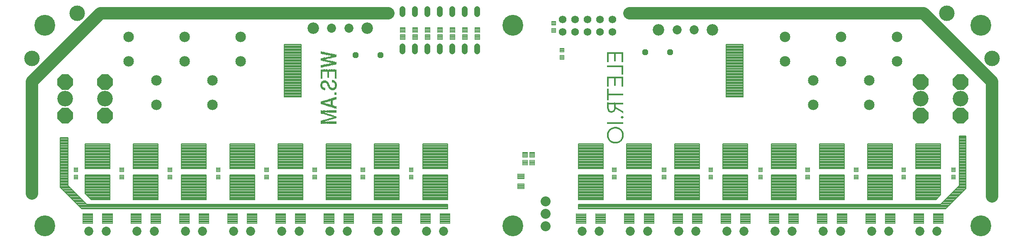
<source format=gbs>
G75*
G70*
%OFA0B0*%
%FSLAX24Y24*%
%IPPOS*%
%LPD*%
%AMOC8*
5,1,8,0,0,1.08239X$1,22.5*
%
%ADD10C,0.0080*%
%ADD11C,0.1000*%
%ADD12R,0.0020X0.0020*%
%ADD13R,0.0020X0.0180*%
%ADD14R,0.0020X0.0160*%
%ADD15R,0.0020X0.0700*%
%ADD16R,0.0020X0.0340*%
%ADD17R,0.0020X0.0100*%
%ADD18R,0.0020X0.0740*%
%ADD19R,0.0020X0.0460*%
%ADD20R,0.0020X0.0200*%
%ADD21R,0.0020X0.0140*%
%ADD22R,0.0020X0.0500*%
%ADD23R,0.0020X0.0560*%
%ADD24R,0.0020X0.0580*%
%ADD25R,0.0020X0.0220*%
%ADD26R,0.0020X0.0660*%
%ADD27R,0.0020X0.0260*%
%ADD28R,0.0020X0.0240*%
%ADD29R,0.0020X0.0280*%
%ADD30R,0.0020X0.0120*%
%ADD31R,0.0020X0.0300*%
%ADD32R,0.0020X0.0320*%
%ADD33R,0.0020X0.0720*%
%ADD34R,0.0020X0.0680*%
%ADD35R,0.0020X0.0640*%
%ADD36R,0.0020X0.0380*%
%ADD37R,0.0020X0.0620*%
%ADD38R,0.0020X0.0360*%
%ADD39R,0.0020X0.0600*%
%ADD40R,0.0020X0.0420*%
%ADD41R,0.0020X0.0080*%
%ADD42R,0.0020X0.0400*%
%ADD43R,0.0020X0.0800*%
%ADD44R,0.0020X0.0520*%
%ADD45R,0.0020X0.0760*%
%ADD46R,0.0020X0.0480*%
%ADD47R,0.0020X0.0540*%
%ADD48R,0.0020X0.0780*%
%ADD49R,0.0020X0.0960*%
%ADD50C,0.0042*%
%ADD51C,0.1674*%
%ADD52C,0.0729*%
%ADD53C,0.0926*%
%ADD54C,0.0045*%
%ADD55C,0.0048*%
%ADD56C,0.0620*%
%ADD57C,0.0049*%
%ADD58OC8,0.0474*%
%ADD59C,0.1261*%
%ADD60OC8,0.1241*%
%ADD61C,0.0800*%
%ADD62C,0.0847*%
%ADD63C,0.0474*%
%ADD64C,0.1241*%
D10*
X007671Y006109D02*
X037140Y006109D01*
X037140Y006187D02*
X007593Y006187D01*
X007514Y006266D02*
X037140Y006266D01*
X037140Y006344D02*
X007436Y006344D01*
X007357Y006423D02*
X008107Y006423D01*
X008140Y006390D02*
X006640Y007890D01*
X006640Y011765D01*
X006015Y011765D01*
X006015Y007765D01*
X007765Y006015D01*
X037140Y006015D01*
X037140Y006390D01*
X008140Y006390D01*
X008029Y006501D02*
X007279Y006501D01*
X007200Y006580D02*
X007950Y006580D01*
X007872Y006658D02*
X007122Y006658D01*
X007043Y006737D02*
X007793Y006737D01*
X007715Y006815D02*
X006965Y006815D01*
X006886Y006894D02*
X007636Y006894D01*
X007558Y006972D02*
X006808Y006972D01*
X006729Y007051D02*
X007479Y007051D01*
X007401Y007129D02*
X006651Y007129D01*
X006572Y007208D02*
X007322Y007208D01*
X007244Y007286D02*
X006494Y007286D01*
X006415Y007365D02*
X007165Y007365D01*
X007087Y007443D02*
X006337Y007443D01*
X006258Y007522D02*
X007008Y007522D01*
X006930Y007600D02*
X006180Y007600D01*
X006101Y007679D02*
X006851Y007679D01*
X006773Y007757D02*
X006023Y007757D01*
X006015Y007836D02*
X006694Y007836D01*
X006640Y007914D02*
X006015Y007914D01*
X006015Y007993D02*
X006640Y007993D01*
X006640Y008071D02*
X006015Y008071D01*
X006015Y008150D02*
X006640Y008150D01*
X006640Y008228D02*
X006015Y008228D01*
X006015Y008307D02*
X006640Y008307D01*
X006640Y008385D02*
X006015Y008385D01*
X006015Y008464D02*
X006640Y008464D01*
X006640Y008542D02*
X006015Y008542D01*
X006015Y008621D02*
X006640Y008621D01*
X006640Y008699D02*
X006015Y008699D01*
X006015Y008778D02*
X006640Y008778D01*
X006640Y008856D02*
X006015Y008856D01*
X006015Y008935D02*
X006640Y008935D01*
X006640Y009013D02*
X006015Y009013D01*
X006015Y009092D02*
X006640Y009092D01*
X006640Y009170D02*
X006015Y009170D01*
X006015Y009249D02*
X006640Y009249D01*
X006640Y009327D02*
X006015Y009327D01*
X006015Y009406D02*
X006640Y009406D01*
X006640Y009484D02*
X006015Y009484D01*
X006015Y009563D02*
X006640Y009563D01*
X006640Y009641D02*
X006015Y009641D01*
X006015Y009720D02*
X006640Y009720D01*
X006640Y009798D02*
X006015Y009798D01*
X006015Y009877D02*
X006640Y009877D01*
X006640Y009955D02*
X006015Y009955D01*
X006015Y010034D02*
X006640Y010034D01*
X006640Y010112D02*
X006015Y010112D01*
X006015Y010191D02*
X006640Y010191D01*
X006640Y010269D02*
X006015Y010269D01*
X006015Y010348D02*
X006640Y010348D01*
X006640Y010426D02*
X006015Y010426D01*
X006015Y010505D02*
X006640Y010505D01*
X006640Y010583D02*
X006015Y010583D01*
X006015Y010662D02*
X006640Y010662D01*
X006640Y010740D02*
X006015Y010740D01*
X006015Y010819D02*
X006640Y010819D01*
X006640Y010897D02*
X006015Y010897D01*
X006015Y010976D02*
X006640Y010976D01*
X006640Y011054D02*
X006015Y011054D01*
X006015Y011133D02*
X006640Y011133D01*
X006640Y011211D02*
X006015Y011211D01*
X006015Y011290D02*
X006640Y011290D01*
X006640Y011368D02*
X006015Y011368D01*
X006015Y011447D02*
X006640Y011447D01*
X006640Y011525D02*
X006015Y011525D01*
X006015Y011604D02*
X006640Y011604D01*
X006640Y011682D02*
X006015Y011682D01*
X006015Y011761D02*
X006640Y011761D01*
X008015Y011265D02*
X008015Y009265D01*
X010015Y009265D01*
X010015Y011265D01*
X008015Y011265D01*
X008015Y011211D02*
X010015Y011211D01*
X010015Y011133D02*
X008015Y011133D01*
X008015Y011054D02*
X010015Y011054D01*
X010015Y010976D02*
X008015Y010976D01*
X008015Y010897D02*
X010015Y010897D01*
X010015Y010819D02*
X008015Y010819D01*
X008015Y010740D02*
X010015Y010740D01*
X010015Y010662D02*
X008015Y010662D01*
X008015Y010583D02*
X010015Y010583D01*
X010015Y010505D02*
X008015Y010505D01*
X008015Y010426D02*
X010015Y010426D01*
X010015Y010348D02*
X008015Y010348D01*
X008015Y010269D02*
X010015Y010269D01*
X010015Y010191D02*
X008015Y010191D01*
X008015Y010112D02*
X010015Y010112D01*
X010015Y010034D02*
X008015Y010034D01*
X008015Y009955D02*
X010015Y009955D01*
X010015Y009877D02*
X008015Y009877D01*
X008015Y009798D02*
X010015Y009798D01*
X010015Y009720D02*
X008015Y009720D01*
X008015Y009641D02*
X010015Y009641D01*
X010015Y009563D02*
X008015Y009563D01*
X008015Y009484D02*
X010015Y009484D01*
X010015Y009406D02*
X008015Y009406D01*
X008015Y009327D02*
X010015Y009327D01*
X010015Y008765D02*
X008015Y008765D01*
X008015Y007265D01*
X008515Y006765D01*
X010015Y006765D01*
X010015Y008765D01*
X010015Y008699D02*
X008015Y008699D01*
X008015Y008621D02*
X010015Y008621D01*
X010015Y008542D02*
X008015Y008542D01*
X008015Y008464D02*
X010015Y008464D01*
X010015Y008385D02*
X008015Y008385D01*
X008015Y008307D02*
X010015Y008307D01*
X010015Y008228D02*
X008015Y008228D01*
X008015Y008150D02*
X010015Y008150D01*
X010015Y008071D02*
X008015Y008071D01*
X008015Y007993D02*
X010015Y007993D01*
X010015Y007914D02*
X008015Y007914D01*
X008015Y007836D02*
X010015Y007836D01*
X010015Y007757D02*
X008015Y007757D01*
X008015Y007679D02*
X010015Y007679D01*
X010015Y007600D02*
X008015Y007600D01*
X008015Y007522D02*
X010015Y007522D01*
X010015Y007443D02*
X008015Y007443D01*
X008015Y007365D02*
X010015Y007365D01*
X010015Y007286D02*
X008015Y007286D01*
X008072Y007208D02*
X010015Y007208D01*
X010015Y007129D02*
X008151Y007129D01*
X008229Y007051D02*
X010015Y007051D01*
X010015Y006972D02*
X008308Y006972D01*
X008386Y006894D02*
X010015Y006894D01*
X010015Y006815D02*
X008465Y006815D01*
X007750Y006030D02*
X037140Y006030D01*
X037140Y006765D02*
X035140Y006765D01*
X035140Y008765D01*
X037140Y008765D01*
X037140Y006765D01*
X037140Y006815D02*
X035140Y006815D01*
X035140Y006894D02*
X037140Y006894D01*
X037140Y006972D02*
X035140Y006972D01*
X035140Y007051D02*
X037140Y007051D01*
X037140Y007129D02*
X035140Y007129D01*
X035140Y007208D02*
X037140Y007208D01*
X037140Y007286D02*
X035140Y007286D01*
X035140Y007365D02*
X037140Y007365D01*
X037140Y007443D02*
X035140Y007443D01*
X035140Y007522D02*
X037140Y007522D01*
X037140Y007600D02*
X035140Y007600D01*
X035140Y007679D02*
X037140Y007679D01*
X037140Y007757D02*
X035140Y007757D01*
X035140Y007836D02*
X037140Y007836D01*
X037140Y007914D02*
X035140Y007914D01*
X035140Y007993D02*
X037140Y007993D01*
X037140Y008071D02*
X035140Y008071D01*
X035140Y008150D02*
X037140Y008150D01*
X037140Y008228D02*
X035140Y008228D01*
X035140Y008307D02*
X037140Y008307D01*
X037140Y008385D02*
X035140Y008385D01*
X035140Y008464D02*
X037140Y008464D01*
X037140Y008542D02*
X035140Y008542D01*
X035140Y008621D02*
X037140Y008621D01*
X037140Y008699D02*
X035140Y008699D01*
X035140Y009265D02*
X035140Y011265D01*
X037140Y011265D01*
X037140Y009265D01*
X035140Y009265D01*
X035140Y009327D02*
X037140Y009327D01*
X037140Y009406D02*
X035140Y009406D01*
X035140Y009484D02*
X037140Y009484D01*
X037140Y009563D02*
X035140Y009563D01*
X035140Y009641D02*
X037140Y009641D01*
X037140Y009720D02*
X035140Y009720D01*
X035140Y009798D02*
X037140Y009798D01*
X037140Y009877D02*
X035140Y009877D01*
X035140Y009955D02*
X037140Y009955D01*
X037140Y010034D02*
X035140Y010034D01*
X035140Y010112D02*
X037140Y010112D01*
X037140Y010191D02*
X035140Y010191D01*
X035140Y010269D02*
X037140Y010269D01*
X037140Y010348D02*
X035140Y010348D01*
X035140Y010426D02*
X037140Y010426D01*
X037140Y010505D02*
X035140Y010505D01*
X035140Y010583D02*
X037140Y010583D01*
X037140Y010662D02*
X035140Y010662D01*
X035140Y010740D02*
X037140Y010740D01*
X037140Y010819D02*
X035140Y010819D01*
X035140Y010897D02*
X037140Y010897D01*
X037140Y010976D02*
X035140Y010976D01*
X035140Y011054D02*
X037140Y011054D01*
X037140Y011133D02*
X035140Y011133D01*
X035140Y011211D02*
X037140Y011211D01*
X033265Y011211D02*
X031265Y011211D01*
X031265Y011265D02*
X031265Y009265D01*
X033265Y009265D01*
X033265Y011265D01*
X031265Y011265D01*
X031265Y011133D02*
X033265Y011133D01*
X033265Y011054D02*
X031265Y011054D01*
X031265Y010976D02*
X033265Y010976D01*
X033265Y010897D02*
X031265Y010897D01*
X031265Y010819D02*
X033265Y010819D01*
X033265Y010740D02*
X031265Y010740D01*
X031265Y010662D02*
X033265Y010662D01*
X033265Y010583D02*
X031265Y010583D01*
X031265Y010505D02*
X033265Y010505D01*
X033265Y010426D02*
X031265Y010426D01*
X031265Y010348D02*
X033265Y010348D01*
X033265Y010269D02*
X031265Y010269D01*
X031265Y010191D02*
X033265Y010191D01*
X033265Y010112D02*
X031265Y010112D01*
X031265Y010034D02*
X033265Y010034D01*
X033265Y009955D02*
X031265Y009955D01*
X031265Y009877D02*
X033265Y009877D01*
X033265Y009798D02*
X031265Y009798D01*
X031265Y009720D02*
X033265Y009720D01*
X033265Y009641D02*
X031265Y009641D01*
X031265Y009563D02*
X033265Y009563D01*
X033265Y009484D02*
X031265Y009484D01*
X031265Y009406D02*
X033265Y009406D01*
X033265Y009327D02*
X031265Y009327D01*
X031265Y008765D02*
X031265Y006765D01*
X033265Y006765D01*
X033265Y008765D01*
X031265Y008765D01*
X031265Y008699D02*
X033265Y008699D01*
X033265Y008621D02*
X031265Y008621D01*
X031265Y008542D02*
X033265Y008542D01*
X033265Y008464D02*
X031265Y008464D01*
X031265Y008385D02*
X033265Y008385D01*
X033265Y008307D02*
X031265Y008307D01*
X031265Y008228D02*
X033265Y008228D01*
X033265Y008150D02*
X031265Y008150D01*
X031265Y008071D02*
X033265Y008071D01*
X033265Y007993D02*
X031265Y007993D01*
X031265Y007914D02*
X033265Y007914D01*
X033265Y007836D02*
X031265Y007836D01*
X031265Y007757D02*
X033265Y007757D01*
X033265Y007679D02*
X031265Y007679D01*
X031265Y007600D02*
X033265Y007600D01*
X033265Y007522D02*
X031265Y007522D01*
X031265Y007443D02*
X033265Y007443D01*
X033265Y007365D02*
X031265Y007365D01*
X031265Y007286D02*
X033265Y007286D01*
X033265Y007208D02*
X031265Y007208D01*
X031265Y007129D02*
X033265Y007129D01*
X033265Y007051D02*
X031265Y007051D01*
X031265Y006972D02*
X033265Y006972D01*
X033265Y006894D02*
X031265Y006894D01*
X031265Y006815D02*
X033265Y006815D01*
X029390Y006815D02*
X027390Y006815D01*
X027390Y006765D02*
X027390Y008765D01*
X029390Y008765D01*
X029390Y006765D01*
X027390Y006765D01*
X027390Y006894D02*
X029390Y006894D01*
X029390Y006972D02*
X027390Y006972D01*
X027390Y007051D02*
X029390Y007051D01*
X029390Y007129D02*
X027390Y007129D01*
X027390Y007208D02*
X029390Y007208D01*
X029390Y007286D02*
X027390Y007286D01*
X027390Y007365D02*
X029390Y007365D01*
X029390Y007443D02*
X027390Y007443D01*
X027390Y007522D02*
X029390Y007522D01*
X029390Y007600D02*
X027390Y007600D01*
X027390Y007679D02*
X029390Y007679D01*
X029390Y007757D02*
X027390Y007757D01*
X027390Y007836D02*
X029390Y007836D01*
X029390Y007914D02*
X027390Y007914D01*
X027390Y007993D02*
X029390Y007993D01*
X029390Y008071D02*
X027390Y008071D01*
X027390Y008150D02*
X029390Y008150D01*
X029390Y008228D02*
X027390Y008228D01*
X027390Y008307D02*
X029390Y008307D01*
X029390Y008385D02*
X027390Y008385D01*
X027390Y008464D02*
X029390Y008464D01*
X029390Y008542D02*
X027390Y008542D01*
X027390Y008621D02*
X029390Y008621D01*
X029390Y008699D02*
X027390Y008699D01*
X027390Y009265D02*
X027390Y011265D01*
X029390Y011265D01*
X029390Y009265D01*
X027390Y009265D01*
X027390Y009327D02*
X029390Y009327D01*
X029390Y009406D02*
X027390Y009406D01*
X027390Y009484D02*
X029390Y009484D01*
X029390Y009563D02*
X027390Y009563D01*
X027390Y009641D02*
X029390Y009641D01*
X029390Y009720D02*
X027390Y009720D01*
X027390Y009798D02*
X029390Y009798D01*
X029390Y009877D02*
X027390Y009877D01*
X027390Y009955D02*
X029390Y009955D01*
X029390Y010034D02*
X027390Y010034D01*
X027390Y010112D02*
X029390Y010112D01*
X029390Y010191D02*
X027390Y010191D01*
X027390Y010269D02*
X029390Y010269D01*
X029390Y010348D02*
X027390Y010348D01*
X027390Y010426D02*
X029390Y010426D01*
X029390Y010505D02*
X027390Y010505D01*
X027390Y010583D02*
X029390Y010583D01*
X029390Y010662D02*
X027390Y010662D01*
X027390Y010740D02*
X029390Y010740D01*
X029390Y010819D02*
X027390Y010819D01*
X027390Y010897D02*
X029390Y010897D01*
X029390Y010976D02*
X027390Y010976D01*
X027390Y011054D02*
X029390Y011054D01*
X029390Y011133D02*
X027390Y011133D01*
X027390Y011211D02*
X029390Y011211D01*
X025515Y011211D02*
X023515Y011211D01*
X023515Y011265D02*
X023515Y009265D01*
X025515Y009265D01*
X025515Y011265D01*
X023515Y011265D01*
X023515Y011133D02*
X025515Y011133D01*
X025515Y011054D02*
X023515Y011054D01*
X023515Y010976D02*
X025515Y010976D01*
X025515Y010897D02*
X023515Y010897D01*
X023515Y010819D02*
X025515Y010819D01*
X025515Y010740D02*
X023515Y010740D01*
X023515Y010662D02*
X025515Y010662D01*
X025515Y010583D02*
X023515Y010583D01*
X023515Y010505D02*
X025515Y010505D01*
X025515Y010426D02*
X023515Y010426D01*
X023515Y010348D02*
X025515Y010348D01*
X025515Y010269D02*
X023515Y010269D01*
X023515Y010191D02*
X025515Y010191D01*
X025515Y010112D02*
X023515Y010112D01*
X023515Y010034D02*
X025515Y010034D01*
X025515Y009955D02*
X023515Y009955D01*
X023515Y009877D02*
X025515Y009877D01*
X025515Y009798D02*
X023515Y009798D01*
X023515Y009720D02*
X025515Y009720D01*
X025515Y009641D02*
X023515Y009641D01*
X023515Y009563D02*
X025515Y009563D01*
X025515Y009484D02*
X023515Y009484D01*
X023515Y009406D02*
X025515Y009406D01*
X025515Y009327D02*
X023515Y009327D01*
X023515Y008765D02*
X023515Y006765D01*
X025515Y006765D01*
X025515Y008765D01*
X023515Y008765D01*
X023515Y008699D02*
X025515Y008699D01*
X025515Y008621D02*
X023515Y008621D01*
X023515Y008542D02*
X025515Y008542D01*
X025515Y008464D02*
X023515Y008464D01*
X023515Y008385D02*
X025515Y008385D01*
X025515Y008307D02*
X023515Y008307D01*
X023515Y008228D02*
X025515Y008228D01*
X025515Y008150D02*
X023515Y008150D01*
X023515Y008071D02*
X025515Y008071D01*
X025515Y007993D02*
X023515Y007993D01*
X023515Y007914D02*
X025515Y007914D01*
X025515Y007836D02*
X023515Y007836D01*
X023515Y007757D02*
X025515Y007757D01*
X025515Y007679D02*
X023515Y007679D01*
X023515Y007600D02*
X025515Y007600D01*
X025515Y007522D02*
X023515Y007522D01*
X023515Y007443D02*
X025515Y007443D01*
X025515Y007365D02*
X023515Y007365D01*
X023515Y007286D02*
X025515Y007286D01*
X025515Y007208D02*
X023515Y007208D01*
X023515Y007129D02*
X025515Y007129D01*
X025515Y007051D02*
X023515Y007051D01*
X023515Y006972D02*
X025515Y006972D01*
X025515Y006894D02*
X023515Y006894D01*
X023515Y006815D02*
X025515Y006815D01*
X021640Y006815D02*
X019640Y006815D01*
X019640Y006765D02*
X019640Y008765D01*
X021640Y008765D01*
X021640Y006765D01*
X019640Y006765D01*
X019640Y006894D02*
X021640Y006894D01*
X021640Y006972D02*
X019640Y006972D01*
X019640Y007051D02*
X021640Y007051D01*
X021640Y007129D02*
X019640Y007129D01*
X019640Y007208D02*
X021640Y007208D01*
X021640Y007286D02*
X019640Y007286D01*
X019640Y007365D02*
X021640Y007365D01*
X021640Y007443D02*
X019640Y007443D01*
X019640Y007522D02*
X021640Y007522D01*
X021640Y007600D02*
X019640Y007600D01*
X019640Y007679D02*
X021640Y007679D01*
X021640Y007757D02*
X019640Y007757D01*
X019640Y007836D02*
X021640Y007836D01*
X021640Y007914D02*
X019640Y007914D01*
X019640Y007993D02*
X021640Y007993D01*
X021640Y008071D02*
X019640Y008071D01*
X019640Y008150D02*
X021640Y008150D01*
X021640Y008228D02*
X019640Y008228D01*
X019640Y008307D02*
X021640Y008307D01*
X021640Y008385D02*
X019640Y008385D01*
X019640Y008464D02*
X021640Y008464D01*
X021640Y008542D02*
X019640Y008542D01*
X019640Y008621D02*
X021640Y008621D01*
X021640Y008699D02*
X019640Y008699D01*
X019640Y009265D02*
X019640Y011265D01*
X021640Y011265D01*
X021640Y009265D01*
X019640Y009265D01*
X019640Y009327D02*
X021640Y009327D01*
X021640Y009406D02*
X019640Y009406D01*
X019640Y009484D02*
X021640Y009484D01*
X021640Y009563D02*
X019640Y009563D01*
X019640Y009641D02*
X021640Y009641D01*
X021640Y009720D02*
X019640Y009720D01*
X019640Y009798D02*
X021640Y009798D01*
X021640Y009877D02*
X019640Y009877D01*
X019640Y009955D02*
X021640Y009955D01*
X021640Y010034D02*
X019640Y010034D01*
X019640Y010112D02*
X021640Y010112D01*
X021640Y010191D02*
X019640Y010191D01*
X019640Y010269D02*
X021640Y010269D01*
X021640Y010348D02*
X019640Y010348D01*
X019640Y010426D02*
X021640Y010426D01*
X021640Y010505D02*
X019640Y010505D01*
X019640Y010583D02*
X021640Y010583D01*
X021640Y010662D02*
X019640Y010662D01*
X019640Y010740D02*
X021640Y010740D01*
X021640Y010819D02*
X019640Y010819D01*
X019640Y010897D02*
X021640Y010897D01*
X021640Y010976D02*
X019640Y010976D01*
X019640Y011054D02*
X021640Y011054D01*
X021640Y011133D02*
X019640Y011133D01*
X019640Y011211D02*
X021640Y011211D01*
X017765Y011211D02*
X015765Y011211D01*
X015765Y011265D02*
X015765Y009265D01*
X017765Y009265D01*
X017765Y011265D01*
X015765Y011265D01*
X015765Y011133D02*
X017765Y011133D01*
X017765Y011054D02*
X015765Y011054D01*
X015765Y010976D02*
X017765Y010976D01*
X017765Y010897D02*
X015765Y010897D01*
X015765Y010819D02*
X017765Y010819D01*
X017765Y010740D02*
X015765Y010740D01*
X015765Y010662D02*
X017765Y010662D01*
X017765Y010583D02*
X015765Y010583D01*
X015765Y010505D02*
X017765Y010505D01*
X017765Y010426D02*
X015765Y010426D01*
X015765Y010348D02*
X017765Y010348D01*
X017765Y010269D02*
X015765Y010269D01*
X015765Y010191D02*
X017765Y010191D01*
X017765Y010112D02*
X015765Y010112D01*
X015765Y010034D02*
X017765Y010034D01*
X017765Y009955D02*
X015765Y009955D01*
X015765Y009877D02*
X017765Y009877D01*
X017765Y009798D02*
X015765Y009798D01*
X015765Y009720D02*
X017765Y009720D01*
X017765Y009641D02*
X015765Y009641D01*
X015765Y009563D02*
X017765Y009563D01*
X017765Y009484D02*
X015765Y009484D01*
X015765Y009406D02*
X017765Y009406D01*
X017765Y009327D02*
X015765Y009327D01*
X015765Y008765D02*
X015765Y006765D01*
X017765Y006765D01*
X017765Y008765D01*
X015765Y008765D01*
X015765Y008699D02*
X017765Y008699D01*
X017765Y008621D02*
X015765Y008621D01*
X015765Y008542D02*
X017765Y008542D01*
X017765Y008464D02*
X015765Y008464D01*
X015765Y008385D02*
X017765Y008385D01*
X017765Y008307D02*
X015765Y008307D01*
X015765Y008228D02*
X017765Y008228D01*
X017765Y008150D02*
X015765Y008150D01*
X015765Y008071D02*
X017765Y008071D01*
X017765Y007993D02*
X015765Y007993D01*
X015765Y007914D02*
X017765Y007914D01*
X017765Y007836D02*
X015765Y007836D01*
X015765Y007757D02*
X017765Y007757D01*
X017765Y007679D02*
X015765Y007679D01*
X015765Y007600D02*
X017765Y007600D01*
X017765Y007522D02*
X015765Y007522D01*
X015765Y007443D02*
X017765Y007443D01*
X017765Y007365D02*
X015765Y007365D01*
X015765Y007286D02*
X017765Y007286D01*
X017765Y007208D02*
X015765Y007208D01*
X015765Y007129D02*
X017765Y007129D01*
X017765Y007051D02*
X015765Y007051D01*
X015765Y006972D02*
X017765Y006972D01*
X017765Y006894D02*
X015765Y006894D01*
X015765Y006815D02*
X017765Y006815D01*
X013890Y006815D02*
X011890Y006815D01*
X011890Y006765D02*
X011890Y008765D01*
X013890Y008765D01*
X013890Y006765D01*
X011890Y006765D01*
X011890Y006894D02*
X013890Y006894D01*
X013890Y006972D02*
X011890Y006972D01*
X011890Y007051D02*
X013890Y007051D01*
X013890Y007129D02*
X011890Y007129D01*
X011890Y007208D02*
X013890Y007208D01*
X013890Y007286D02*
X011890Y007286D01*
X011890Y007365D02*
X013890Y007365D01*
X013890Y007443D02*
X011890Y007443D01*
X011890Y007522D02*
X013890Y007522D01*
X013890Y007600D02*
X011890Y007600D01*
X011890Y007679D02*
X013890Y007679D01*
X013890Y007757D02*
X011890Y007757D01*
X011890Y007836D02*
X013890Y007836D01*
X013890Y007914D02*
X011890Y007914D01*
X011890Y007993D02*
X013890Y007993D01*
X013890Y008071D02*
X011890Y008071D01*
X011890Y008150D02*
X013890Y008150D01*
X013890Y008228D02*
X011890Y008228D01*
X011890Y008307D02*
X013890Y008307D01*
X013890Y008385D02*
X011890Y008385D01*
X011890Y008464D02*
X013890Y008464D01*
X013890Y008542D02*
X011890Y008542D01*
X011890Y008621D02*
X013890Y008621D01*
X013890Y008699D02*
X011890Y008699D01*
X011890Y009265D02*
X011890Y011265D01*
X013890Y011265D01*
X013890Y009265D01*
X011890Y009265D01*
X011890Y009327D02*
X013890Y009327D01*
X013890Y009406D02*
X011890Y009406D01*
X011890Y009484D02*
X013890Y009484D01*
X013890Y009563D02*
X011890Y009563D01*
X011890Y009641D02*
X013890Y009641D01*
X013890Y009720D02*
X011890Y009720D01*
X011890Y009798D02*
X013890Y009798D01*
X013890Y009877D02*
X011890Y009877D01*
X011890Y009955D02*
X013890Y009955D01*
X013890Y010034D02*
X011890Y010034D01*
X011890Y010112D02*
X013890Y010112D01*
X013890Y010191D02*
X011890Y010191D01*
X011890Y010269D02*
X013890Y010269D01*
X013890Y010348D02*
X011890Y010348D01*
X011890Y010426D02*
X013890Y010426D01*
X013890Y010505D02*
X011890Y010505D01*
X011890Y010583D02*
X013890Y010583D01*
X013890Y010662D02*
X011890Y010662D01*
X011890Y010740D02*
X013890Y010740D01*
X013890Y010819D02*
X011890Y010819D01*
X011890Y010897D02*
X013890Y010897D01*
X013890Y010976D02*
X011890Y010976D01*
X011890Y011054D02*
X013890Y011054D01*
X013890Y011133D02*
X011890Y011133D01*
X011890Y011211D02*
X013890Y011211D01*
X024015Y015015D02*
X024015Y019265D01*
X025390Y019265D01*
X025390Y015015D01*
X024015Y015015D01*
X024015Y015058D02*
X025390Y015058D01*
X025390Y015136D02*
X024015Y015136D01*
X024015Y015215D02*
X025390Y015215D01*
X025390Y015293D02*
X024015Y015293D01*
X024015Y015372D02*
X025390Y015372D01*
X025390Y015450D02*
X024015Y015450D01*
X024015Y015529D02*
X025390Y015529D01*
X025390Y015607D02*
X024015Y015607D01*
X024015Y015686D02*
X025390Y015686D01*
X025390Y015764D02*
X024015Y015764D01*
X024015Y015843D02*
X025390Y015843D01*
X025390Y015921D02*
X024015Y015921D01*
X024015Y016000D02*
X025390Y016000D01*
X025390Y016078D02*
X024015Y016078D01*
X024015Y016157D02*
X025390Y016157D01*
X025390Y016235D02*
X024015Y016235D01*
X024015Y016314D02*
X025390Y016314D01*
X025390Y016392D02*
X024015Y016392D01*
X024015Y016471D02*
X025390Y016471D01*
X025390Y016549D02*
X024015Y016549D01*
X024015Y016628D02*
X025390Y016628D01*
X025390Y016706D02*
X024015Y016706D01*
X024015Y016785D02*
X025390Y016785D01*
X025390Y016863D02*
X024015Y016863D01*
X024015Y016942D02*
X025390Y016942D01*
X025390Y017020D02*
X024015Y017020D01*
X024015Y017099D02*
X025390Y017099D01*
X025390Y017177D02*
X024015Y017177D01*
X024015Y017256D02*
X025390Y017256D01*
X025390Y017334D02*
X024015Y017334D01*
X024015Y017413D02*
X025390Y017413D01*
X025390Y017491D02*
X024015Y017491D01*
X024015Y017570D02*
X025390Y017570D01*
X025390Y017648D02*
X024015Y017648D01*
X024015Y017727D02*
X025390Y017727D01*
X025390Y017805D02*
X024015Y017805D01*
X024015Y017884D02*
X025390Y017884D01*
X025390Y017962D02*
X024015Y017962D01*
X024015Y018041D02*
X025390Y018041D01*
X025390Y018119D02*
X024015Y018119D01*
X024015Y018198D02*
X025390Y018198D01*
X025390Y018276D02*
X024015Y018276D01*
X024015Y018355D02*
X025390Y018355D01*
X025390Y018433D02*
X024015Y018433D01*
X024015Y018512D02*
X025390Y018512D01*
X025390Y018590D02*
X024015Y018590D01*
X024015Y018669D02*
X025390Y018669D01*
X025390Y018747D02*
X024015Y018747D01*
X024015Y018826D02*
X025390Y018826D01*
X025390Y018904D02*
X024015Y018904D01*
X024015Y018983D02*
X025390Y018983D01*
X025390Y019061D02*
X024015Y019061D01*
X024015Y019140D02*
X025390Y019140D01*
X025390Y019218D02*
X024015Y019218D01*
X047640Y011265D02*
X047640Y009265D01*
X049640Y009265D01*
X049640Y011265D01*
X047640Y011265D01*
X047640Y011211D02*
X049640Y011211D01*
X049640Y011133D02*
X047640Y011133D01*
X047640Y011054D02*
X049640Y011054D01*
X049640Y010976D02*
X047640Y010976D01*
X047640Y010897D02*
X049640Y010897D01*
X049640Y010819D02*
X047640Y010819D01*
X047640Y010740D02*
X049640Y010740D01*
X049640Y010662D02*
X047640Y010662D01*
X047640Y010583D02*
X049640Y010583D01*
X049640Y010505D02*
X047640Y010505D01*
X047640Y010426D02*
X049640Y010426D01*
X049640Y010348D02*
X047640Y010348D01*
X047640Y010269D02*
X049640Y010269D01*
X049640Y010191D02*
X047640Y010191D01*
X047640Y010112D02*
X049640Y010112D01*
X049640Y010034D02*
X047640Y010034D01*
X047640Y009955D02*
X049640Y009955D01*
X049640Y009877D02*
X047640Y009877D01*
X047640Y009798D02*
X049640Y009798D01*
X049640Y009720D02*
X047640Y009720D01*
X047640Y009641D02*
X049640Y009641D01*
X049640Y009563D02*
X047640Y009563D01*
X047640Y009484D02*
X049640Y009484D01*
X049640Y009406D02*
X047640Y009406D01*
X047640Y009327D02*
X049640Y009327D01*
X049640Y008765D02*
X047640Y008765D01*
X047640Y006765D01*
X049640Y006765D01*
X049640Y008765D01*
X049640Y008699D02*
X047640Y008699D01*
X047640Y008621D02*
X049640Y008621D01*
X049640Y008542D02*
X047640Y008542D01*
X047640Y008464D02*
X049640Y008464D01*
X049640Y008385D02*
X047640Y008385D01*
X047640Y008307D02*
X049640Y008307D01*
X049640Y008228D02*
X047640Y008228D01*
X047640Y008150D02*
X049640Y008150D01*
X049640Y008071D02*
X047640Y008071D01*
X047640Y007993D02*
X049640Y007993D01*
X049640Y007914D02*
X047640Y007914D01*
X047640Y007836D02*
X049640Y007836D01*
X049640Y007757D02*
X047640Y007757D01*
X047640Y007679D02*
X049640Y007679D01*
X049640Y007600D02*
X047640Y007600D01*
X047640Y007522D02*
X049640Y007522D01*
X049640Y007443D02*
X047640Y007443D01*
X047640Y007365D02*
X049640Y007365D01*
X049640Y007286D02*
X047640Y007286D01*
X047640Y007208D02*
X049640Y007208D01*
X049640Y007129D02*
X047640Y007129D01*
X047640Y007051D02*
X049640Y007051D01*
X049640Y006972D02*
X047640Y006972D01*
X047640Y006894D02*
X049640Y006894D01*
X049640Y006815D02*
X047640Y006815D01*
X047640Y006390D02*
X047640Y006015D01*
X077140Y006015D01*
X078790Y007665D01*
X078790Y011890D01*
X078265Y011890D01*
X078265Y007890D01*
X076765Y006390D01*
X047640Y006390D01*
X047640Y006344D02*
X077469Y006344D01*
X077391Y006266D02*
X047640Y006266D01*
X047640Y006187D02*
X077312Y006187D01*
X077234Y006109D02*
X047640Y006109D01*
X047640Y006030D02*
X077155Y006030D01*
X076798Y006423D02*
X077548Y006423D01*
X077626Y006501D02*
X076876Y006501D01*
X076955Y006580D02*
X077705Y006580D01*
X077783Y006658D02*
X077033Y006658D01*
X077112Y006737D02*
X077862Y006737D01*
X077940Y006815D02*
X077190Y006815D01*
X077269Y006894D02*
X078019Y006894D01*
X078097Y006972D02*
X077347Y006972D01*
X077426Y007051D02*
X078176Y007051D01*
X078254Y007129D02*
X077504Y007129D01*
X077583Y007208D02*
X078333Y007208D01*
X078411Y007286D02*
X077661Y007286D01*
X077740Y007365D02*
X078490Y007365D01*
X078568Y007443D02*
X077818Y007443D01*
X077897Y007522D02*
X078647Y007522D01*
X078725Y007600D02*
X077975Y007600D01*
X078054Y007679D02*
X078790Y007679D01*
X078790Y007757D02*
X078132Y007757D01*
X078211Y007836D02*
X078790Y007836D01*
X078790Y007914D02*
X078265Y007914D01*
X078265Y007993D02*
X078790Y007993D01*
X078790Y008071D02*
X078265Y008071D01*
X078265Y008150D02*
X078790Y008150D01*
X078790Y008228D02*
X078265Y008228D01*
X078265Y008307D02*
X078790Y008307D01*
X078790Y008385D02*
X078265Y008385D01*
X078265Y008464D02*
X078790Y008464D01*
X078790Y008542D02*
X078265Y008542D01*
X078265Y008621D02*
X078790Y008621D01*
X078790Y008699D02*
X078265Y008699D01*
X078265Y008778D02*
X078790Y008778D01*
X078790Y008856D02*
X078265Y008856D01*
X078265Y008935D02*
X078790Y008935D01*
X078790Y009013D02*
X078265Y009013D01*
X078265Y009092D02*
X078790Y009092D01*
X078790Y009170D02*
X078265Y009170D01*
X078265Y009249D02*
X078790Y009249D01*
X078790Y009327D02*
X078265Y009327D01*
X078265Y009406D02*
X078790Y009406D01*
X078790Y009484D02*
X078265Y009484D01*
X078265Y009563D02*
X078790Y009563D01*
X078790Y009641D02*
X078265Y009641D01*
X078265Y009720D02*
X078790Y009720D01*
X078790Y009798D02*
X078265Y009798D01*
X078265Y009877D02*
X078790Y009877D01*
X078790Y009955D02*
X078265Y009955D01*
X078265Y010034D02*
X078790Y010034D01*
X078790Y010112D02*
X078265Y010112D01*
X078265Y010191D02*
X078790Y010191D01*
X078790Y010269D02*
X078265Y010269D01*
X078265Y010348D02*
X078790Y010348D01*
X078790Y010426D02*
X078265Y010426D01*
X078265Y010505D02*
X078790Y010505D01*
X078790Y010583D02*
X078265Y010583D01*
X078265Y010662D02*
X078790Y010662D01*
X078790Y010740D02*
X078265Y010740D01*
X078265Y010819D02*
X078790Y010819D01*
X078790Y010897D02*
X078265Y010897D01*
X078265Y010976D02*
X078790Y010976D01*
X078790Y011054D02*
X078265Y011054D01*
X078265Y011133D02*
X078790Y011133D01*
X078790Y011211D02*
X078265Y011211D01*
X078265Y011290D02*
X078790Y011290D01*
X078790Y011368D02*
X078265Y011368D01*
X078265Y011447D02*
X078790Y011447D01*
X078790Y011525D02*
X078265Y011525D01*
X078265Y011604D02*
X078790Y011604D01*
X078790Y011682D02*
X078265Y011682D01*
X078265Y011761D02*
X078790Y011761D01*
X078790Y011839D02*
X078265Y011839D01*
X076765Y011265D02*
X076765Y009265D01*
X074765Y009265D01*
X074765Y011265D01*
X076765Y011265D01*
X076765Y011211D02*
X074765Y011211D01*
X074765Y011133D02*
X076765Y011133D01*
X076765Y011054D02*
X074765Y011054D01*
X074765Y010976D02*
X076765Y010976D01*
X076765Y010897D02*
X074765Y010897D01*
X074765Y010819D02*
X076765Y010819D01*
X076765Y010740D02*
X074765Y010740D01*
X074765Y010662D02*
X076765Y010662D01*
X076765Y010583D02*
X074765Y010583D01*
X074765Y010505D02*
X076765Y010505D01*
X076765Y010426D02*
X074765Y010426D01*
X074765Y010348D02*
X076765Y010348D01*
X076765Y010269D02*
X074765Y010269D01*
X074765Y010191D02*
X076765Y010191D01*
X076765Y010112D02*
X074765Y010112D01*
X074765Y010034D02*
X076765Y010034D01*
X076765Y009955D02*
X074765Y009955D01*
X074765Y009877D02*
X076765Y009877D01*
X076765Y009798D02*
X074765Y009798D01*
X074765Y009720D02*
X076765Y009720D01*
X076765Y009641D02*
X074765Y009641D01*
X074765Y009563D02*
X076765Y009563D01*
X076765Y009484D02*
X074765Y009484D01*
X074765Y009406D02*
X076765Y009406D01*
X076765Y009327D02*
X074765Y009327D01*
X074765Y008765D02*
X074765Y006765D01*
X076371Y006765D01*
X076765Y007159D01*
X076765Y008765D01*
X074765Y008765D01*
X074765Y008699D02*
X076765Y008699D01*
X076765Y008621D02*
X074765Y008621D01*
X074765Y008542D02*
X076765Y008542D01*
X076765Y008464D02*
X074765Y008464D01*
X074765Y008385D02*
X076765Y008385D01*
X076765Y008307D02*
X074765Y008307D01*
X074765Y008228D02*
X076765Y008228D01*
X076765Y008150D02*
X074765Y008150D01*
X074765Y008071D02*
X076765Y008071D01*
X076765Y007993D02*
X074765Y007993D01*
X074765Y007914D02*
X076765Y007914D01*
X076765Y007836D02*
X074765Y007836D01*
X074765Y007757D02*
X076765Y007757D01*
X076765Y007679D02*
X074765Y007679D01*
X074765Y007600D02*
X076765Y007600D01*
X076765Y007522D02*
X074765Y007522D01*
X074765Y007443D02*
X076765Y007443D01*
X076765Y007365D02*
X074765Y007365D01*
X074765Y007286D02*
X076765Y007286D01*
X076765Y007208D02*
X074765Y007208D01*
X074765Y007129D02*
X076735Y007129D01*
X076657Y007051D02*
X074765Y007051D01*
X074765Y006972D02*
X076578Y006972D01*
X076500Y006894D02*
X074765Y006894D01*
X074765Y006815D02*
X076421Y006815D01*
X072890Y006815D02*
X070890Y006815D01*
X070890Y006765D02*
X070890Y008765D01*
X072890Y008765D01*
X072890Y006765D01*
X070890Y006765D01*
X070890Y006894D02*
X072890Y006894D01*
X072890Y006972D02*
X070890Y006972D01*
X070890Y007051D02*
X072890Y007051D01*
X072890Y007129D02*
X070890Y007129D01*
X070890Y007208D02*
X072890Y007208D01*
X072890Y007286D02*
X070890Y007286D01*
X070890Y007365D02*
X072890Y007365D01*
X072890Y007443D02*
X070890Y007443D01*
X070890Y007522D02*
X072890Y007522D01*
X072890Y007600D02*
X070890Y007600D01*
X070890Y007679D02*
X072890Y007679D01*
X072890Y007757D02*
X070890Y007757D01*
X070890Y007836D02*
X072890Y007836D01*
X072890Y007914D02*
X070890Y007914D01*
X070890Y007993D02*
X072890Y007993D01*
X072890Y008071D02*
X070890Y008071D01*
X070890Y008150D02*
X072890Y008150D01*
X072890Y008228D02*
X070890Y008228D01*
X070890Y008307D02*
X072890Y008307D01*
X072890Y008385D02*
X070890Y008385D01*
X070890Y008464D02*
X072890Y008464D01*
X072890Y008542D02*
X070890Y008542D01*
X070890Y008621D02*
X072890Y008621D01*
X072890Y008699D02*
X070890Y008699D01*
X070890Y009265D02*
X070890Y011265D01*
X072890Y011265D01*
X072890Y009265D01*
X070890Y009265D01*
X070890Y009327D02*
X072890Y009327D01*
X072890Y009406D02*
X070890Y009406D01*
X070890Y009484D02*
X072890Y009484D01*
X072890Y009563D02*
X070890Y009563D01*
X070890Y009641D02*
X072890Y009641D01*
X072890Y009720D02*
X070890Y009720D01*
X070890Y009798D02*
X072890Y009798D01*
X072890Y009877D02*
X070890Y009877D01*
X070890Y009955D02*
X072890Y009955D01*
X072890Y010034D02*
X070890Y010034D01*
X070890Y010112D02*
X072890Y010112D01*
X072890Y010191D02*
X070890Y010191D01*
X070890Y010269D02*
X072890Y010269D01*
X072890Y010348D02*
X070890Y010348D01*
X070890Y010426D02*
X072890Y010426D01*
X072890Y010505D02*
X070890Y010505D01*
X070890Y010583D02*
X072890Y010583D01*
X072890Y010662D02*
X070890Y010662D01*
X070890Y010740D02*
X072890Y010740D01*
X072890Y010819D02*
X070890Y010819D01*
X070890Y010897D02*
X072890Y010897D01*
X072890Y010976D02*
X070890Y010976D01*
X070890Y011054D02*
X072890Y011054D01*
X072890Y011133D02*
X070890Y011133D01*
X070890Y011211D02*
X072890Y011211D01*
X069015Y011211D02*
X067015Y011211D01*
X067015Y011265D02*
X067015Y009265D01*
X069015Y009265D01*
X069015Y011265D01*
X067015Y011265D01*
X067015Y011133D02*
X069015Y011133D01*
X069015Y011054D02*
X067015Y011054D01*
X067015Y010976D02*
X069015Y010976D01*
X069015Y010897D02*
X067015Y010897D01*
X067015Y010819D02*
X069015Y010819D01*
X069015Y010740D02*
X067015Y010740D01*
X067015Y010662D02*
X069015Y010662D01*
X069015Y010583D02*
X067015Y010583D01*
X067015Y010505D02*
X069015Y010505D01*
X069015Y010426D02*
X067015Y010426D01*
X067015Y010348D02*
X069015Y010348D01*
X069015Y010269D02*
X067015Y010269D01*
X067015Y010191D02*
X069015Y010191D01*
X069015Y010112D02*
X067015Y010112D01*
X067015Y010034D02*
X069015Y010034D01*
X069015Y009955D02*
X067015Y009955D01*
X067015Y009877D02*
X069015Y009877D01*
X069015Y009798D02*
X067015Y009798D01*
X067015Y009720D02*
X069015Y009720D01*
X069015Y009641D02*
X067015Y009641D01*
X067015Y009563D02*
X069015Y009563D01*
X069015Y009484D02*
X067015Y009484D01*
X067015Y009406D02*
X069015Y009406D01*
X069015Y009327D02*
X067015Y009327D01*
X067015Y008765D02*
X067015Y006765D01*
X069015Y006765D01*
X069015Y008765D01*
X067015Y008765D01*
X067015Y008699D02*
X069015Y008699D01*
X069015Y008621D02*
X067015Y008621D01*
X067015Y008542D02*
X069015Y008542D01*
X069015Y008464D02*
X067015Y008464D01*
X067015Y008385D02*
X069015Y008385D01*
X069015Y008307D02*
X067015Y008307D01*
X067015Y008228D02*
X069015Y008228D01*
X069015Y008150D02*
X067015Y008150D01*
X067015Y008071D02*
X069015Y008071D01*
X069015Y007993D02*
X067015Y007993D01*
X067015Y007914D02*
X069015Y007914D01*
X069015Y007836D02*
X067015Y007836D01*
X067015Y007757D02*
X069015Y007757D01*
X069015Y007679D02*
X067015Y007679D01*
X067015Y007600D02*
X069015Y007600D01*
X069015Y007522D02*
X067015Y007522D01*
X067015Y007443D02*
X069015Y007443D01*
X069015Y007365D02*
X067015Y007365D01*
X067015Y007286D02*
X069015Y007286D01*
X069015Y007208D02*
X067015Y007208D01*
X067015Y007129D02*
X069015Y007129D01*
X069015Y007051D02*
X067015Y007051D01*
X067015Y006972D02*
X069015Y006972D01*
X069015Y006894D02*
X067015Y006894D01*
X067015Y006815D02*
X069015Y006815D01*
X065140Y006815D02*
X063140Y006815D01*
X063140Y006765D02*
X063140Y008765D01*
X065140Y008765D01*
X065140Y006765D01*
X063140Y006765D01*
X063140Y006894D02*
X065140Y006894D01*
X065140Y006972D02*
X063140Y006972D01*
X063140Y007051D02*
X065140Y007051D01*
X065140Y007129D02*
X063140Y007129D01*
X063140Y007208D02*
X065140Y007208D01*
X065140Y007286D02*
X063140Y007286D01*
X063140Y007365D02*
X065140Y007365D01*
X065140Y007443D02*
X063140Y007443D01*
X063140Y007522D02*
X065140Y007522D01*
X065140Y007600D02*
X063140Y007600D01*
X063140Y007679D02*
X065140Y007679D01*
X065140Y007757D02*
X063140Y007757D01*
X063140Y007836D02*
X065140Y007836D01*
X065140Y007914D02*
X063140Y007914D01*
X063140Y007993D02*
X065140Y007993D01*
X065140Y008071D02*
X063140Y008071D01*
X063140Y008150D02*
X065140Y008150D01*
X065140Y008228D02*
X063140Y008228D01*
X063140Y008307D02*
X065140Y008307D01*
X065140Y008385D02*
X063140Y008385D01*
X063140Y008464D02*
X065140Y008464D01*
X065140Y008542D02*
X063140Y008542D01*
X063140Y008621D02*
X065140Y008621D01*
X065140Y008699D02*
X063140Y008699D01*
X063140Y009265D02*
X063140Y011265D01*
X065140Y011265D01*
X065140Y009265D01*
X063140Y009265D01*
X063140Y009327D02*
X065140Y009327D01*
X065140Y009406D02*
X063140Y009406D01*
X063140Y009484D02*
X065140Y009484D01*
X065140Y009563D02*
X063140Y009563D01*
X063140Y009641D02*
X065140Y009641D01*
X065140Y009720D02*
X063140Y009720D01*
X063140Y009798D02*
X065140Y009798D01*
X065140Y009877D02*
X063140Y009877D01*
X063140Y009955D02*
X065140Y009955D01*
X065140Y010034D02*
X063140Y010034D01*
X063140Y010112D02*
X065140Y010112D01*
X065140Y010191D02*
X063140Y010191D01*
X063140Y010269D02*
X065140Y010269D01*
X065140Y010348D02*
X063140Y010348D01*
X063140Y010426D02*
X065140Y010426D01*
X065140Y010505D02*
X063140Y010505D01*
X063140Y010583D02*
X065140Y010583D01*
X065140Y010662D02*
X063140Y010662D01*
X063140Y010740D02*
X065140Y010740D01*
X065140Y010819D02*
X063140Y010819D01*
X063140Y010897D02*
X065140Y010897D01*
X065140Y010976D02*
X063140Y010976D01*
X063140Y011054D02*
X065140Y011054D01*
X065140Y011133D02*
X063140Y011133D01*
X063140Y011211D02*
X065140Y011211D01*
X061265Y011211D02*
X059265Y011211D01*
X059265Y011265D02*
X059265Y009265D01*
X061265Y009265D01*
X061265Y011265D01*
X059265Y011265D01*
X059265Y011133D02*
X061265Y011133D01*
X061265Y011054D02*
X059265Y011054D01*
X059265Y010976D02*
X061265Y010976D01*
X061265Y010897D02*
X059265Y010897D01*
X059265Y010819D02*
X061265Y010819D01*
X061265Y010740D02*
X059265Y010740D01*
X059265Y010662D02*
X061265Y010662D01*
X061265Y010583D02*
X059265Y010583D01*
X059265Y010505D02*
X061265Y010505D01*
X061265Y010426D02*
X059265Y010426D01*
X059265Y010348D02*
X061265Y010348D01*
X061265Y010269D02*
X059265Y010269D01*
X059265Y010191D02*
X061265Y010191D01*
X061265Y010112D02*
X059265Y010112D01*
X059265Y010034D02*
X061265Y010034D01*
X061265Y009955D02*
X059265Y009955D01*
X059265Y009877D02*
X061265Y009877D01*
X061265Y009798D02*
X059265Y009798D01*
X059265Y009720D02*
X061265Y009720D01*
X061265Y009641D02*
X059265Y009641D01*
X059265Y009563D02*
X061265Y009563D01*
X061265Y009484D02*
X059265Y009484D01*
X059265Y009406D02*
X061265Y009406D01*
X061265Y009327D02*
X059265Y009327D01*
X059265Y008765D02*
X059265Y006765D01*
X061265Y006765D01*
X061265Y008765D01*
X059265Y008765D01*
X059265Y008699D02*
X061265Y008699D01*
X061265Y008621D02*
X059265Y008621D01*
X059265Y008542D02*
X061265Y008542D01*
X061265Y008464D02*
X059265Y008464D01*
X059265Y008385D02*
X061265Y008385D01*
X061265Y008307D02*
X059265Y008307D01*
X059265Y008228D02*
X061265Y008228D01*
X061265Y008150D02*
X059265Y008150D01*
X059265Y008071D02*
X061265Y008071D01*
X061265Y007993D02*
X059265Y007993D01*
X059265Y007914D02*
X061265Y007914D01*
X061265Y007836D02*
X059265Y007836D01*
X059265Y007757D02*
X061265Y007757D01*
X061265Y007679D02*
X059265Y007679D01*
X059265Y007600D02*
X061265Y007600D01*
X061265Y007522D02*
X059265Y007522D01*
X059265Y007443D02*
X061265Y007443D01*
X061265Y007365D02*
X059265Y007365D01*
X059265Y007286D02*
X061265Y007286D01*
X061265Y007208D02*
X059265Y007208D01*
X059265Y007129D02*
X061265Y007129D01*
X061265Y007051D02*
X059265Y007051D01*
X059265Y006972D02*
X061265Y006972D01*
X061265Y006894D02*
X059265Y006894D01*
X059265Y006815D02*
X061265Y006815D01*
X057390Y006815D02*
X055390Y006815D01*
X055390Y006765D02*
X055390Y008765D01*
X057390Y008765D01*
X057390Y006765D01*
X055390Y006765D01*
X055390Y006894D02*
X057390Y006894D01*
X057390Y006972D02*
X055390Y006972D01*
X055390Y007051D02*
X057390Y007051D01*
X057390Y007129D02*
X055390Y007129D01*
X055390Y007208D02*
X057390Y007208D01*
X057390Y007286D02*
X055390Y007286D01*
X055390Y007365D02*
X057390Y007365D01*
X057390Y007443D02*
X055390Y007443D01*
X055390Y007522D02*
X057390Y007522D01*
X057390Y007600D02*
X055390Y007600D01*
X055390Y007679D02*
X057390Y007679D01*
X057390Y007757D02*
X055390Y007757D01*
X055390Y007836D02*
X057390Y007836D01*
X057390Y007914D02*
X055390Y007914D01*
X055390Y007993D02*
X057390Y007993D01*
X057390Y008071D02*
X055390Y008071D01*
X055390Y008150D02*
X057390Y008150D01*
X057390Y008228D02*
X055390Y008228D01*
X055390Y008307D02*
X057390Y008307D01*
X057390Y008385D02*
X055390Y008385D01*
X055390Y008464D02*
X057390Y008464D01*
X057390Y008542D02*
X055390Y008542D01*
X055390Y008621D02*
X057390Y008621D01*
X057390Y008699D02*
X055390Y008699D01*
X055390Y009265D02*
X055390Y011265D01*
X057390Y011265D01*
X057390Y009265D01*
X055390Y009265D01*
X055390Y009327D02*
X057390Y009327D01*
X057390Y009406D02*
X055390Y009406D01*
X055390Y009484D02*
X057390Y009484D01*
X057390Y009563D02*
X055390Y009563D01*
X055390Y009641D02*
X057390Y009641D01*
X057390Y009720D02*
X055390Y009720D01*
X055390Y009798D02*
X057390Y009798D01*
X057390Y009877D02*
X055390Y009877D01*
X055390Y009955D02*
X057390Y009955D01*
X057390Y010034D02*
X055390Y010034D01*
X055390Y010112D02*
X057390Y010112D01*
X057390Y010191D02*
X055390Y010191D01*
X055390Y010269D02*
X057390Y010269D01*
X057390Y010348D02*
X055390Y010348D01*
X055390Y010426D02*
X057390Y010426D01*
X057390Y010505D02*
X055390Y010505D01*
X055390Y010583D02*
X057390Y010583D01*
X057390Y010662D02*
X055390Y010662D01*
X055390Y010740D02*
X057390Y010740D01*
X057390Y010819D02*
X055390Y010819D01*
X055390Y010897D02*
X057390Y010897D01*
X057390Y010976D02*
X055390Y010976D01*
X055390Y011054D02*
X057390Y011054D01*
X057390Y011133D02*
X055390Y011133D01*
X055390Y011211D02*
X057390Y011211D01*
X053515Y011211D02*
X051515Y011211D01*
X051515Y011265D02*
X051515Y009265D01*
X053515Y009265D01*
X053515Y011265D01*
X051515Y011265D01*
X051515Y011133D02*
X053515Y011133D01*
X053515Y011054D02*
X051515Y011054D01*
X051515Y010976D02*
X053515Y010976D01*
X053515Y010897D02*
X051515Y010897D01*
X051515Y010819D02*
X053515Y010819D01*
X053515Y010740D02*
X051515Y010740D01*
X051515Y010662D02*
X053515Y010662D01*
X053515Y010583D02*
X051515Y010583D01*
X051515Y010505D02*
X053515Y010505D01*
X053515Y010426D02*
X051515Y010426D01*
X051515Y010348D02*
X053515Y010348D01*
X053515Y010269D02*
X051515Y010269D01*
X051515Y010191D02*
X053515Y010191D01*
X053515Y010112D02*
X051515Y010112D01*
X051515Y010034D02*
X053515Y010034D01*
X053515Y009955D02*
X051515Y009955D01*
X051515Y009877D02*
X053515Y009877D01*
X053515Y009798D02*
X051515Y009798D01*
X051515Y009720D02*
X053515Y009720D01*
X053515Y009641D02*
X051515Y009641D01*
X051515Y009563D02*
X053515Y009563D01*
X053515Y009484D02*
X051515Y009484D01*
X051515Y009406D02*
X053515Y009406D01*
X053515Y009327D02*
X051515Y009327D01*
X051515Y008765D02*
X051515Y006765D01*
X053515Y006765D01*
X053515Y008765D01*
X051515Y008765D01*
X051515Y008699D02*
X053515Y008699D01*
X053515Y008621D02*
X051515Y008621D01*
X051515Y008542D02*
X053515Y008542D01*
X053515Y008464D02*
X051515Y008464D01*
X051515Y008385D02*
X053515Y008385D01*
X053515Y008307D02*
X051515Y008307D01*
X051515Y008228D02*
X053515Y008228D01*
X053515Y008150D02*
X051515Y008150D01*
X051515Y008071D02*
X053515Y008071D01*
X053515Y007993D02*
X051515Y007993D01*
X051515Y007914D02*
X053515Y007914D01*
X053515Y007836D02*
X051515Y007836D01*
X051515Y007757D02*
X053515Y007757D01*
X053515Y007679D02*
X051515Y007679D01*
X051515Y007600D02*
X053515Y007600D01*
X053515Y007522D02*
X051515Y007522D01*
X051515Y007443D02*
X053515Y007443D01*
X053515Y007365D02*
X051515Y007365D01*
X051515Y007286D02*
X053515Y007286D01*
X053515Y007208D02*
X051515Y007208D01*
X051515Y007129D02*
X053515Y007129D01*
X053515Y007051D02*
X051515Y007051D01*
X051515Y006972D02*
X053515Y006972D01*
X053515Y006894D02*
X051515Y006894D01*
X051515Y006815D02*
X053515Y006815D01*
X059515Y015015D02*
X059515Y019265D01*
X060890Y019265D01*
X060890Y015015D01*
X059515Y015015D01*
X059515Y015058D02*
X060890Y015058D01*
X060890Y015136D02*
X059515Y015136D01*
X059515Y015215D02*
X060890Y015215D01*
X060890Y015293D02*
X059515Y015293D01*
X059515Y015372D02*
X060890Y015372D01*
X060890Y015450D02*
X059515Y015450D01*
X059515Y015529D02*
X060890Y015529D01*
X060890Y015607D02*
X059515Y015607D01*
X059515Y015686D02*
X060890Y015686D01*
X060890Y015764D02*
X059515Y015764D01*
X059515Y015843D02*
X060890Y015843D01*
X060890Y015921D02*
X059515Y015921D01*
X059515Y016000D02*
X060890Y016000D01*
X060890Y016078D02*
X059515Y016078D01*
X059515Y016157D02*
X060890Y016157D01*
X060890Y016235D02*
X059515Y016235D01*
X059515Y016314D02*
X060890Y016314D01*
X060890Y016392D02*
X059515Y016392D01*
X059515Y016471D02*
X060890Y016471D01*
X060890Y016549D02*
X059515Y016549D01*
X059515Y016628D02*
X060890Y016628D01*
X060890Y016706D02*
X059515Y016706D01*
X059515Y016785D02*
X060890Y016785D01*
X060890Y016863D02*
X059515Y016863D01*
X059515Y016942D02*
X060890Y016942D01*
X060890Y017020D02*
X059515Y017020D01*
X059515Y017099D02*
X060890Y017099D01*
X060890Y017177D02*
X059515Y017177D01*
X059515Y017256D02*
X060890Y017256D01*
X060890Y017334D02*
X059515Y017334D01*
X059515Y017413D02*
X060890Y017413D01*
X060890Y017491D02*
X059515Y017491D01*
X059515Y017570D02*
X060890Y017570D01*
X060890Y017648D02*
X059515Y017648D01*
X059515Y017727D02*
X060890Y017727D01*
X060890Y017805D02*
X059515Y017805D01*
X059515Y017884D02*
X060890Y017884D01*
X060890Y017962D02*
X059515Y017962D01*
X059515Y018041D02*
X060890Y018041D01*
X060890Y018119D02*
X059515Y018119D01*
X059515Y018198D02*
X060890Y018198D01*
X060890Y018276D02*
X059515Y018276D01*
X059515Y018355D02*
X060890Y018355D01*
X060890Y018433D02*
X059515Y018433D01*
X059515Y018512D02*
X060890Y018512D01*
X060890Y018590D02*
X059515Y018590D01*
X059515Y018669D02*
X060890Y018669D01*
X060890Y018747D02*
X059515Y018747D01*
X059515Y018826D02*
X060890Y018826D01*
X060890Y018904D02*
X059515Y018904D01*
X059515Y018983D02*
X060890Y018983D01*
X060890Y019061D02*
X059515Y019061D01*
X059515Y019140D02*
X060890Y019140D01*
X060890Y019218D02*
X059515Y019218D01*
D11*
X051765Y021765D02*
X075390Y021765D01*
X080890Y016265D01*
X080890Y007015D01*
X032390Y021765D02*
X009265Y021765D01*
X003765Y016265D01*
X003765Y007265D01*
D12*
X026975Y015790D03*
X027095Y016030D03*
X027015Y016230D03*
X027515Y015970D03*
X027635Y016090D03*
X027875Y016250D03*
X027875Y016290D03*
X027875Y016330D03*
X027875Y016370D03*
X028255Y016070D03*
X027335Y015750D03*
X027335Y015710D03*
X027335Y015670D03*
X027335Y015630D03*
X027335Y015590D03*
D13*
X027295Y015670D03*
X027275Y015670D03*
X027255Y015670D03*
X027195Y015690D03*
X026955Y015970D03*
X027195Y016250D03*
X027255Y016270D03*
X027295Y016270D03*
X027315Y016270D03*
X027335Y016270D03*
X027355Y016250D03*
X027395Y016250D03*
X027895Y016310D03*
X027915Y016290D03*
X027935Y016310D03*
X027955Y016290D03*
X027975Y016290D03*
X027995Y016290D03*
X028015Y016270D03*
X028255Y015950D03*
X028035Y015690D03*
X028015Y015670D03*
X027995Y015670D03*
X027975Y015670D03*
X027935Y015670D03*
X027915Y015650D03*
X027895Y015670D03*
X027875Y015650D03*
X027855Y015670D03*
X027795Y015690D03*
X028075Y015290D03*
X028095Y015290D03*
X028115Y015290D03*
X028135Y015290D03*
X028155Y015290D03*
X028175Y015290D03*
X028195Y015290D03*
X028215Y015290D03*
X028235Y015290D03*
X028235Y014930D03*
X028195Y014930D03*
X028155Y014930D03*
X028135Y014910D03*
X028115Y014910D03*
X028095Y014910D03*
X028075Y014890D03*
X028055Y014890D03*
X028035Y014890D03*
X028015Y014870D03*
X027975Y014870D03*
X027955Y014850D03*
X027935Y014850D03*
X027735Y014790D03*
X027695Y014790D03*
X027675Y014770D03*
X027655Y014770D03*
X027635Y014770D03*
X027615Y014750D03*
X027575Y014750D03*
X027515Y014730D03*
X027495Y014710D03*
X027455Y014710D03*
X027395Y014690D03*
X027335Y014670D03*
X027295Y014670D03*
X027255Y014470D03*
X027315Y014450D03*
X027375Y014430D03*
X027435Y014410D03*
X027495Y014390D03*
X027535Y014390D03*
X027555Y014370D03*
X027575Y014370D03*
X027595Y014370D03*
X027615Y014350D03*
X027655Y014350D03*
X027675Y014330D03*
X027695Y014330D03*
X027715Y014330D03*
X027735Y014310D03*
X027775Y014310D03*
X027935Y014270D03*
X027955Y014250D03*
X027975Y014250D03*
X027995Y014250D03*
X028015Y014230D03*
X028035Y014230D03*
X028055Y014230D03*
X028075Y014210D03*
X028095Y014210D03*
X028115Y014210D03*
X028135Y014190D03*
X028175Y014190D03*
X028215Y014190D03*
X028235Y014170D03*
X028235Y013850D03*
X028215Y013850D03*
X028195Y013850D03*
X028175Y013850D03*
X028155Y013850D03*
X028135Y013850D03*
X028115Y013850D03*
X028095Y013850D03*
X028075Y013850D03*
X028055Y013850D03*
X028035Y013850D03*
X028015Y013850D03*
X027995Y013850D03*
X027975Y013850D03*
X027955Y013850D03*
X027935Y013850D03*
X027915Y013850D03*
X027895Y013850D03*
X027875Y013850D03*
X027855Y013850D03*
X027835Y013850D03*
X027815Y013850D03*
X027795Y013850D03*
X027775Y013850D03*
X027755Y013850D03*
X027735Y013850D03*
X027715Y013850D03*
X027695Y013850D03*
X027675Y013850D03*
X027655Y013850D03*
X027635Y013850D03*
X027555Y013850D03*
X027515Y013850D03*
X027475Y013850D03*
X028115Y013410D03*
X028155Y013410D03*
X028155Y012970D03*
X028115Y012970D03*
X028075Y012970D03*
X028055Y012970D03*
X028035Y012970D03*
X027995Y012970D03*
X027955Y012970D03*
X027915Y012970D03*
X027895Y012970D03*
X027875Y012970D03*
X027835Y012970D03*
X027795Y012970D03*
X027755Y012970D03*
X027715Y012970D03*
X027675Y012970D03*
X027655Y012950D03*
X027635Y012970D03*
X027555Y012970D03*
X027535Y012950D03*
X027495Y012950D03*
X027375Y012950D03*
X027335Y012950D03*
X028195Y012970D03*
X028215Y012970D03*
X028235Y012970D03*
X026975Y014550D03*
X027135Y017150D03*
X027175Y017150D03*
X027215Y017150D03*
X027255Y017150D03*
X027295Y017150D03*
X027335Y017150D03*
X027375Y017150D03*
X027415Y017150D03*
X027455Y017150D03*
X027495Y017150D03*
X027655Y017150D03*
X027695Y017150D03*
X027735Y017150D03*
X027775Y017150D03*
X027815Y017150D03*
X027855Y017150D03*
X027895Y017150D03*
X027935Y017150D03*
X027975Y017150D03*
X028015Y017150D03*
X028055Y017150D03*
X028095Y017150D03*
X027635Y017610D03*
X027655Y017630D03*
X027695Y017630D03*
X027735Y017630D03*
X027795Y017650D03*
X027795Y017850D03*
X027735Y017870D03*
X027695Y017870D03*
X027535Y017910D03*
X027375Y017950D03*
X027455Y018150D03*
X027615Y018190D03*
X027715Y018210D03*
X027775Y018230D03*
X027815Y018230D03*
X027815Y018430D03*
X027775Y018430D03*
X027715Y018450D03*
X027655Y018470D03*
X027615Y018470D03*
X027575Y018470D03*
X027515Y018490D03*
X027475Y018490D03*
X027455Y018510D03*
X027415Y018510D03*
X027375Y018510D03*
X027315Y018530D03*
X027295Y018530D03*
X027275Y018530D03*
X027255Y018550D03*
X027215Y018550D03*
X027175Y018550D03*
X027155Y018570D03*
X027115Y018570D03*
X027095Y018570D03*
X027075Y018570D03*
X027055Y018590D03*
X027015Y018590D03*
X026995Y018590D03*
X026975Y018590D03*
X027035Y018050D03*
X027055Y018030D03*
X027075Y018050D03*
X028195Y018330D03*
X028215Y018350D03*
X027855Y018430D03*
X028215Y017750D03*
X028195Y017730D03*
X027595Y017610D03*
X027535Y017590D03*
X027495Y017590D03*
X027455Y017590D03*
X027415Y017570D03*
X027395Y017570D03*
X027335Y017550D03*
X027295Y017550D03*
X027255Y017550D03*
X027235Y017530D03*
X027195Y017530D03*
X027175Y017530D03*
X027155Y017530D03*
X027135Y017510D03*
X027095Y017510D03*
X027055Y017510D03*
X027035Y017490D03*
X027015Y017510D03*
X026995Y017490D03*
X026975Y017490D03*
X050160Y013900D03*
X051260Y013800D03*
D14*
X051240Y013810D03*
X051220Y013830D03*
X051180Y013850D03*
X051160Y013870D03*
X051140Y013870D03*
X051120Y013890D03*
X051080Y013910D03*
X051060Y013930D03*
X051040Y013930D03*
X051020Y013950D03*
X050980Y013970D03*
X050960Y013990D03*
X050940Y013990D03*
X050920Y014010D03*
X050880Y014030D03*
X050840Y014050D03*
X050820Y014070D03*
X050780Y014090D03*
X050740Y014110D03*
X050720Y014130D03*
X050680Y014150D03*
X050500Y013910D03*
X050180Y013870D03*
X051120Y013410D03*
X051140Y013410D03*
X051240Y013410D03*
X051260Y013410D03*
X051020Y012430D03*
X051040Y012410D03*
X051060Y012390D03*
X051080Y012370D03*
X050260Y012430D03*
X050240Y012410D03*
X050220Y012390D03*
X050200Y012370D03*
X050200Y011530D03*
X050220Y011510D03*
X050240Y011490D03*
X050260Y011470D03*
X051020Y011470D03*
X051040Y011490D03*
X051060Y011510D03*
X051080Y011530D03*
X028195Y013400D03*
X027495Y013180D03*
X027375Y013160D03*
X027335Y013140D03*
X027315Y013140D03*
X027315Y012960D03*
X027295Y012960D03*
X027355Y012960D03*
X027395Y012960D03*
X027415Y012960D03*
X027435Y012960D03*
X027455Y012960D03*
X027475Y012960D03*
X027515Y012960D03*
X027575Y012960D03*
X027595Y012960D03*
X027615Y012960D03*
X027735Y012960D03*
X027775Y012960D03*
X027935Y012960D03*
X028095Y012960D03*
X027375Y013660D03*
X027335Y013680D03*
X027315Y013680D03*
X027315Y013860D03*
X027295Y013860D03*
X027335Y013860D03*
X027355Y013860D03*
X027375Y013860D03*
X027395Y013860D03*
X027415Y013860D03*
X027435Y013860D03*
X027455Y013860D03*
X027495Y013860D03*
X027535Y013860D03*
X027575Y013860D03*
X027595Y013860D03*
X027615Y013860D03*
X028155Y014200D03*
X028195Y014180D03*
X027755Y014320D03*
X027635Y014360D03*
X027475Y014400D03*
X027455Y014400D03*
X027415Y014420D03*
X027395Y014420D03*
X027335Y014440D03*
X027295Y014460D03*
X027275Y014460D03*
X027235Y014640D03*
X027275Y014660D03*
X027355Y014680D03*
X027375Y014680D03*
X027415Y014700D03*
X027435Y014700D03*
X027475Y014720D03*
X027535Y014740D03*
X027555Y014740D03*
X027715Y014780D03*
X027755Y014800D03*
X027775Y014800D03*
X027955Y015660D03*
X027835Y015680D03*
X027315Y015660D03*
X027235Y015680D03*
X027235Y016260D03*
X027275Y016260D03*
X027275Y017140D03*
X027235Y017140D03*
X027195Y017140D03*
X027155Y017140D03*
X027115Y017140D03*
X027315Y017140D03*
X027355Y017140D03*
X027395Y017140D03*
X027435Y017140D03*
X027475Y017140D03*
X027675Y017140D03*
X027715Y017140D03*
X027755Y017140D03*
X027795Y017140D03*
X027835Y017140D03*
X027875Y017140D03*
X027915Y017140D03*
X027955Y017140D03*
X027995Y017140D03*
X028035Y017140D03*
X028075Y017140D03*
X027575Y017600D03*
X027555Y017600D03*
X027615Y017620D03*
X027675Y017620D03*
X027755Y017640D03*
X027775Y017640D03*
X027835Y017660D03*
X027815Y017840D03*
X027655Y017880D03*
X027635Y017880D03*
X027595Y017900D03*
X027575Y017900D03*
X027495Y017920D03*
X027475Y017920D03*
X027435Y017940D03*
X027415Y017940D03*
X027355Y018120D03*
X027395Y018140D03*
X027415Y018140D03*
X027495Y018160D03*
X027515Y018160D03*
X027555Y018180D03*
X027575Y018180D03*
X027655Y018200D03*
X027675Y018200D03*
X027735Y018220D03*
X027835Y018240D03*
X027795Y018440D03*
X027755Y018440D03*
X027735Y018440D03*
X027695Y018460D03*
X027675Y018460D03*
X027635Y018460D03*
X027595Y018480D03*
X027555Y018480D03*
X027535Y018480D03*
X027495Y018500D03*
X027435Y018500D03*
X027355Y018520D03*
X027335Y018520D03*
X027235Y018540D03*
X027135Y018560D03*
X027035Y018580D03*
X028235Y018340D03*
X027015Y018040D03*
X026995Y018040D03*
X027115Y017520D03*
X027075Y017500D03*
X027215Y017540D03*
X027315Y017560D03*
X027355Y017560D03*
X027375Y017560D03*
X027435Y017580D03*
X027475Y017580D03*
X028235Y017740D03*
D15*
X028235Y016870D03*
X028195Y016870D03*
X028155Y016870D03*
X028115Y016870D03*
X027075Y016870D03*
X027035Y016870D03*
X026995Y016870D03*
X027815Y014570D03*
X027835Y014550D03*
X050080Y014220D03*
X050560Y014220D03*
D16*
X028235Y015970D03*
X027655Y015870D03*
X027635Y015890D03*
X027555Y016050D03*
X027535Y016070D03*
X026975Y015990D03*
X027215Y014550D03*
X027855Y017750D03*
X027895Y017750D03*
D17*
X028235Y013410D03*
D18*
X027895Y014550D03*
X027915Y014570D03*
X028135Y016870D03*
X028175Y016870D03*
X028215Y016870D03*
X027095Y016870D03*
X027055Y016870D03*
X027015Y016870D03*
X026975Y016870D03*
X050560Y016280D03*
X050580Y016280D03*
X050600Y016280D03*
X050620Y016280D03*
X050640Y016280D03*
X050660Y016280D03*
X050660Y018260D03*
X050640Y018260D03*
X050620Y018260D03*
X050600Y018260D03*
X050580Y018260D03*
X050560Y018260D03*
D19*
X028215Y015970D03*
X027015Y015970D03*
D20*
X027115Y016200D03*
X027155Y016240D03*
X027175Y016240D03*
X027215Y016260D03*
X027375Y016260D03*
X027415Y016240D03*
X027435Y016220D03*
X028035Y016260D03*
X027755Y015720D03*
X027775Y015700D03*
X027815Y015680D03*
X027215Y015680D03*
X027175Y015700D03*
X027155Y015720D03*
X028175Y014920D03*
X028215Y014940D03*
X027015Y014560D03*
X026995Y014560D03*
X027695Y012960D03*
X027815Y012960D03*
X027855Y012960D03*
X027975Y012960D03*
X028015Y012960D03*
X028135Y012960D03*
X028175Y012960D03*
X028175Y017740D03*
X028155Y017740D03*
X027115Y018040D03*
X028155Y018340D03*
X028175Y018340D03*
X050520Y013930D03*
X051160Y013410D03*
X051180Y013410D03*
X051200Y013410D03*
X051220Y013410D03*
X051100Y012350D03*
X051120Y012330D03*
X050180Y012350D03*
X050160Y012330D03*
X050160Y011570D03*
X050180Y011550D03*
X051100Y011550D03*
X051120Y011570D03*
D21*
X051000Y011460D03*
X050980Y011440D03*
X050960Y011440D03*
X050940Y011420D03*
X050900Y011400D03*
X050840Y011380D03*
X050760Y011360D03*
X050520Y011360D03*
X050440Y011380D03*
X050380Y011400D03*
X050340Y011420D03*
X050320Y011440D03*
X050300Y011440D03*
X050280Y011460D03*
X050280Y012440D03*
X050300Y012460D03*
X050320Y012460D03*
X050340Y012480D03*
X050380Y012500D03*
X050440Y012520D03*
X050520Y012540D03*
X050760Y012540D03*
X050840Y012520D03*
X050900Y012500D03*
X050940Y012480D03*
X050960Y012460D03*
X050980Y012460D03*
X051000Y012440D03*
X051200Y013840D03*
X051100Y013900D03*
X051000Y013960D03*
X050900Y014020D03*
X050860Y014040D03*
X050800Y014080D03*
X050760Y014100D03*
X050700Y014140D03*
X050480Y013880D03*
X050460Y013860D03*
X050400Y013840D03*
X050240Y013840D03*
X050200Y013860D03*
X028215Y013410D03*
X028175Y013410D03*
X027975Y013330D03*
X027935Y013330D03*
X027915Y013310D03*
X027895Y013310D03*
X027875Y013310D03*
X027855Y013290D03*
X027815Y013290D03*
X027795Y013270D03*
X027775Y013270D03*
X027755Y013270D03*
X027735Y013250D03*
X027695Y013250D03*
X027655Y013250D03*
X027635Y013230D03*
X027615Y013210D03*
X027575Y013210D03*
X027555Y013210D03*
X027535Y013210D03*
X027515Y013190D03*
X027475Y013190D03*
X027455Y013170D03*
X027435Y013170D03*
X027415Y013170D03*
X027395Y013150D03*
X027355Y013150D03*
X027295Y013130D03*
X027815Y013530D03*
X027795Y013550D03*
X027755Y013550D03*
X027735Y013570D03*
X027695Y013570D03*
X027655Y013570D03*
X027635Y013590D03*
X027615Y013610D03*
X027575Y013610D03*
X027555Y013610D03*
X027535Y013610D03*
X027515Y013630D03*
X027495Y013630D03*
X027475Y013630D03*
X027455Y013650D03*
X027435Y013650D03*
X027415Y013650D03*
X027395Y013670D03*
X027355Y013670D03*
X027295Y013690D03*
X027855Y013530D03*
X027875Y013510D03*
X027895Y013510D03*
X027915Y013510D03*
X027935Y013490D03*
X027975Y013490D03*
X027515Y014390D03*
X027355Y014430D03*
X027235Y014470D03*
X027255Y014650D03*
X027315Y014670D03*
X027595Y014750D03*
X027995Y014870D03*
X027515Y017590D03*
X027715Y017630D03*
X027815Y017650D03*
X027835Y017830D03*
X027775Y017850D03*
X027755Y017870D03*
X027715Y017870D03*
X027675Y017870D03*
X027615Y017890D03*
X027555Y017910D03*
X027515Y017910D03*
X027455Y017930D03*
X027395Y017950D03*
X027355Y017950D03*
X027375Y018130D03*
X027435Y018150D03*
X027475Y018150D03*
X027535Y018170D03*
X027595Y018190D03*
X027635Y018190D03*
X027695Y018210D03*
X027755Y018230D03*
X027795Y018230D03*
X027855Y018250D03*
X027835Y018430D03*
X027395Y018510D03*
X027195Y018550D03*
X026975Y018050D03*
X027275Y017550D03*
D22*
X027035Y015970D03*
X028195Y015970D03*
X050000Y014320D03*
D23*
X028175Y015960D03*
D24*
X028155Y015970D03*
X027055Y015970D03*
X050020Y014280D03*
D25*
X050140Y013920D03*
X050140Y012300D03*
X051140Y012300D03*
X051140Y011600D03*
X050140Y011600D03*
X028135Y013410D03*
X028095Y013410D03*
X028075Y013410D03*
X028055Y013410D03*
X026995Y012990D03*
X027035Y014550D03*
X027075Y014550D03*
X027135Y015730D03*
X027115Y015750D03*
X027715Y015750D03*
X027735Y015730D03*
X028055Y015690D03*
X028075Y015710D03*
X028095Y015730D03*
X028095Y016210D03*
X028075Y016230D03*
X028055Y016250D03*
X027475Y016190D03*
X027455Y016210D03*
X027135Y016210D03*
X028075Y017750D03*
X028115Y017750D03*
X028135Y017730D03*
X027135Y018050D03*
X027095Y018050D03*
X028115Y018350D03*
X028135Y018330D03*
D26*
X027615Y016910D03*
X027575Y016910D03*
X027535Y016910D03*
X028135Y015970D03*
X050060Y014240D03*
D27*
X050120Y013960D03*
X028115Y015770D03*
X027695Y015790D03*
X027095Y015790D03*
X027495Y016150D03*
X027515Y016130D03*
X028115Y016170D03*
X028055Y017750D03*
X028015Y017750D03*
X027235Y018050D03*
X027195Y018050D03*
X027995Y018330D03*
X028015Y018350D03*
X028035Y018330D03*
X028055Y018350D03*
X027115Y014570D03*
X027095Y014550D03*
X027075Y013810D03*
X027055Y013810D03*
X027035Y013810D03*
X027115Y013810D03*
X028015Y013410D03*
X028035Y013410D03*
X027115Y013010D03*
X027075Y013010D03*
X027035Y013010D03*
X027015Y012990D03*
D28*
X026975Y013000D03*
X026975Y013820D03*
X026995Y013820D03*
X027015Y013820D03*
X027055Y014560D03*
X027095Y016180D03*
X028035Y017740D03*
X028095Y017740D03*
X027175Y018040D03*
X027155Y018040D03*
X028075Y018340D03*
X028095Y018340D03*
X049980Y011950D03*
X050120Y011650D03*
X051160Y011650D03*
X051300Y011950D03*
X051160Y012250D03*
X050120Y012250D03*
X050540Y013970D03*
D29*
X050100Y012210D03*
X051180Y012210D03*
X051180Y011690D03*
X050100Y011690D03*
X027995Y017740D03*
X027975Y017740D03*
X027275Y018040D03*
X027215Y018040D03*
X027955Y018340D03*
X027135Y014560D03*
X027135Y013800D03*
X027155Y013800D03*
X027175Y013800D03*
X027095Y013800D03*
X027095Y013020D03*
X027135Y013020D03*
X027155Y013020D03*
X027055Y013000D03*
D30*
X027595Y013220D03*
X027675Y013240D03*
X027715Y013260D03*
X027835Y013280D03*
X027955Y013320D03*
X027995Y013340D03*
X027995Y013480D03*
X027955Y013500D03*
X027835Y013520D03*
X027775Y013540D03*
X027715Y013560D03*
X027675Y013580D03*
X027595Y013600D03*
X050000Y012930D03*
X050020Y012930D03*
X050040Y012930D03*
X050060Y012930D03*
X050080Y012930D03*
X050100Y012930D03*
X050120Y012930D03*
X050140Y012930D03*
X050160Y012930D03*
X050180Y012930D03*
X050200Y012930D03*
X050220Y012930D03*
X050240Y012930D03*
X050260Y012930D03*
X050280Y012930D03*
X050300Y012930D03*
X050320Y012930D03*
X050340Y012930D03*
X050360Y012930D03*
X050380Y012930D03*
X050400Y012930D03*
X050420Y012930D03*
X050440Y012930D03*
X050460Y012930D03*
X050480Y012930D03*
X050500Y012930D03*
X050520Y012930D03*
X050540Y012930D03*
X050560Y012930D03*
X050580Y012930D03*
X050600Y012930D03*
X050620Y012930D03*
X050640Y012930D03*
X050660Y012930D03*
X050680Y012930D03*
X050700Y012930D03*
X050720Y012930D03*
X050740Y012930D03*
X050760Y012930D03*
X050780Y012930D03*
X050800Y012930D03*
X050820Y012930D03*
X050840Y012930D03*
X050860Y012930D03*
X050880Y012930D03*
X050900Y012930D03*
X050920Y012930D03*
X050940Y012930D03*
X050960Y012930D03*
X050980Y012930D03*
X051000Y012930D03*
X051020Y012930D03*
X051040Y012930D03*
X051060Y012930D03*
X051080Y012930D03*
X051100Y012930D03*
X051120Y012930D03*
X051140Y012930D03*
X051160Y012930D03*
X051180Y012930D03*
X051200Y012930D03*
X051220Y012930D03*
X051240Y012930D03*
X051260Y012930D03*
X050880Y012510D03*
X050860Y012510D03*
X050820Y012530D03*
X050800Y012530D03*
X050780Y012530D03*
X050740Y012550D03*
X050720Y012550D03*
X050700Y012550D03*
X050680Y012550D03*
X050660Y012550D03*
X050640Y012550D03*
X050620Y012550D03*
X050600Y012550D03*
X050580Y012550D03*
X050560Y012550D03*
X050540Y012550D03*
X050500Y012530D03*
X050480Y012530D03*
X050460Y012530D03*
X050420Y012510D03*
X050400Y012510D03*
X050360Y012490D03*
X050920Y012490D03*
X050920Y011410D03*
X050880Y011390D03*
X050860Y011390D03*
X050820Y011370D03*
X050800Y011370D03*
X050780Y011370D03*
X050740Y011350D03*
X050720Y011350D03*
X050700Y011350D03*
X050680Y011350D03*
X050660Y011350D03*
X050640Y011350D03*
X050620Y011350D03*
X050600Y011350D03*
X050580Y011350D03*
X050560Y011350D03*
X050540Y011350D03*
X050500Y011370D03*
X050480Y011370D03*
X050460Y011370D03*
X050420Y011390D03*
X050400Y011390D03*
X050360Y011410D03*
X050360Y013830D03*
X050340Y013830D03*
X050320Y013830D03*
X050300Y013830D03*
X050280Y013830D03*
X050260Y013830D03*
X050220Y013850D03*
X050380Y013830D03*
X050420Y013850D03*
X050440Y013850D03*
X050440Y014510D03*
X050420Y014510D03*
X050400Y014510D03*
X050380Y014510D03*
X050360Y014510D03*
X050340Y014510D03*
X050320Y014510D03*
X050300Y014510D03*
X050280Y014510D03*
X050260Y014510D03*
X050240Y014510D03*
X050220Y014510D03*
X050200Y014510D03*
X050180Y014510D03*
X050160Y014510D03*
X050140Y014510D03*
X050120Y014510D03*
X050460Y014510D03*
X050480Y014510D03*
X050500Y014510D03*
X050520Y014510D03*
X050540Y014510D03*
X050680Y014510D03*
X050700Y014510D03*
X050720Y014510D03*
X050740Y014510D03*
X050760Y014510D03*
X050780Y014510D03*
X050800Y014510D03*
X050820Y014510D03*
X050840Y014510D03*
X050860Y014510D03*
X050880Y014510D03*
X050900Y014510D03*
X050920Y014510D03*
X050940Y014510D03*
X050960Y014510D03*
X050980Y014510D03*
X051000Y014510D03*
X051020Y014510D03*
X051040Y014510D03*
X051060Y014510D03*
X051080Y014510D03*
X051100Y014510D03*
X051120Y014510D03*
X051140Y014510D03*
X051160Y014510D03*
X051180Y014510D03*
X051200Y014510D03*
X051220Y014510D03*
X051240Y014510D03*
X051260Y014510D03*
X051260Y015230D03*
X051240Y015230D03*
X051220Y015230D03*
X051200Y015230D03*
X051180Y015230D03*
X051160Y015230D03*
X051140Y015230D03*
X051120Y015230D03*
X051100Y015230D03*
X051080Y015230D03*
X051060Y015230D03*
X051040Y015230D03*
X051020Y015230D03*
X051000Y015230D03*
X050980Y015230D03*
X050960Y015230D03*
X050940Y015230D03*
X050920Y015230D03*
X050900Y015230D03*
X050880Y015230D03*
X050860Y015230D03*
X050840Y015230D03*
X050820Y015230D03*
X050800Y015230D03*
X050780Y015230D03*
X050760Y015230D03*
X050740Y015230D03*
X050720Y015230D03*
X050700Y015230D03*
X050680Y015230D03*
X050660Y015230D03*
X050640Y015230D03*
X050620Y015230D03*
X050600Y015230D03*
X050580Y015230D03*
X050560Y015230D03*
X050540Y015230D03*
X050520Y015230D03*
X050500Y015230D03*
X050480Y015230D03*
X050460Y015230D03*
X050440Y015230D03*
X050420Y015230D03*
X050400Y015230D03*
X050380Y015230D03*
X050360Y015230D03*
X050340Y015230D03*
X050320Y015230D03*
X050300Y015230D03*
X050280Y015230D03*
X050260Y015230D03*
X050240Y015230D03*
X050220Y015230D03*
X050200Y015230D03*
X050180Y015230D03*
X050160Y015230D03*
X050140Y015230D03*
X050120Y015230D03*
X050120Y016590D03*
X050140Y016590D03*
X050160Y016590D03*
X050180Y016590D03*
X050200Y016590D03*
X050220Y016590D03*
X050240Y016590D03*
X050260Y016590D03*
X050280Y016590D03*
X050300Y016590D03*
X050320Y016590D03*
X050340Y016590D03*
X050360Y016590D03*
X050380Y016590D03*
X050400Y016590D03*
X050420Y016590D03*
X050440Y016590D03*
X050460Y016590D03*
X050480Y016590D03*
X050500Y016590D03*
X050520Y016590D03*
X050540Y016590D03*
X050680Y016590D03*
X050700Y016590D03*
X050720Y016590D03*
X050740Y016590D03*
X050760Y016590D03*
X050780Y016590D03*
X050800Y016590D03*
X050820Y016590D03*
X050840Y016590D03*
X050860Y016590D03*
X050880Y016590D03*
X050900Y016590D03*
X050920Y016590D03*
X050940Y016590D03*
X050960Y016590D03*
X050980Y016590D03*
X051000Y016590D03*
X051020Y016590D03*
X051040Y016590D03*
X051060Y016590D03*
X051080Y016590D03*
X051100Y016590D03*
X051120Y016590D03*
X051140Y016590D03*
X051140Y017510D03*
X051120Y017510D03*
X051100Y017510D03*
X051080Y017510D03*
X051060Y017510D03*
X051040Y017510D03*
X051020Y017510D03*
X051000Y017510D03*
X050980Y017510D03*
X050960Y017510D03*
X050940Y017510D03*
X050920Y017510D03*
X050900Y017510D03*
X050880Y017510D03*
X050860Y017510D03*
X050840Y017510D03*
X050820Y017510D03*
X050800Y017510D03*
X050780Y017510D03*
X050760Y017510D03*
X050740Y017510D03*
X050720Y017510D03*
X050700Y017510D03*
X050680Y017510D03*
X050660Y017510D03*
X050640Y017510D03*
X050620Y017510D03*
X050600Y017510D03*
X050580Y017510D03*
X050560Y017510D03*
X050540Y017510D03*
X050520Y017510D03*
X050500Y017510D03*
X050480Y017510D03*
X050460Y017510D03*
X050440Y017510D03*
X050420Y017510D03*
X050400Y017510D03*
X050380Y017510D03*
X050360Y017510D03*
X050340Y017510D03*
X050320Y017510D03*
X050300Y017510D03*
X050280Y017510D03*
X050260Y017510D03*
X050240Y017510D03*
X050220Y017510D03*
X050200Y017510D03*
X050180Y017510D03*
X050160Y017510D03*
X050140Y017510D03*
X050120Y017510D03*
X050100Y017510D03*
X050080Y017510D03*
X050060Y017510D03*
X050040Y017510D03*
X050020Y017510D03*
X050000Y017510D03*
X050120Y018570D03*
X050140Y018570D03*
X050160Y018570D03*
X050180Y018570D03*
X050200Y018570D03*
X050220Y018570D03*
X050240Y018570D03*
X050260Y018570D03*
X050280Y018570D03*
X050300Y018570D03*
X050320Y018570D03*
X050340Y018570D03*
X050360Y018570D03*
X050380Y018570D03*
X050400Y018570D03*
X050420Y018570D03*
X050440Y018570D03*
X050460Y018570D03*
X050480Y018570D03*
X050500Y018570D03*
X050520Y018570D03*
X050540Y018570D03*
X050680Y018570D03*
X050700Y018570D03*
X050720Y018570D03*
X050740Y018570D03*
X050760Y018570D03*
X050780Y018570D03*
X050800Y018570D03*
X050820Y018570D03*
X050840Y018570D03*
X050860Y018570D03*
X050880Y018570D03*
X050900Y018570D03*
X050920Y018570D03*
X050940Y018570D03*
X050960Y018570D03*
X050980Y018570D03*
X051000Y018570D03*
X051020Y018570D03*
X051040Y018570D03*
X051060Y018570D03*
X051080Y018570D03*
X051100Y018570D03*
X051120Y018570D03*
X051140Y018570D03*
D31*
X027975Y018330D03*
X027935Y018330D03*
X027915Y018350D03*
X027295Y018050D03*
X027255Y018050D03*
X027915Y017750D03*
X027955Y017750D03*
X027675Y015830D03*
X027195Y014550D03*
X027155Y014550D03*
X027195Y013790D03*
X027215Y013790D03*
X027235Y013790D03*
X027275Y013790D03*
X027275Y013030D03*
X027235Y013030D03*
X027195Y013030D03*
X027175Y013010D03*
D32*
X027215Y013020D03*
X027255Y013040D03*
X027255Y013780D03*
X027175Y014560D03*
X027875Y017740D03*
X027935Y017740D03*
X027335Y018040D03*
X027315Y018040D03*
X027875Y018340D03*
X027895Y018340D03*
D33*
X027875Y014560D03*
X027855Y014560D03*
X050100Y014210D03*
X051160Y017210D03*
X051180Y017210D03*
X051200Y017210D03*
X051220Y017210D03*
X051240Y017210D03*
X051260Y017210D03*
D34*
X050580Y014230D03*
X050060Y011950D03*
X051220Y011950D03*
X027795Y014560D03*
D35*
X027635Y016900D03*
X027515Y016900D03*
X050040Y014250D03*
X050600Y014250D03*
D36*
X027615Y015930D03*
X027575Y016010D03*
D37*
X027555Y016910D03*
X027595Y016910D03*
D38*
X027595Y015980D03*
D39*
X027075Y015980D03*
X050040Y011950D03*
X051240Y011950D03*
X050620Y014270D03*
D40*
X026995Y015970D03*
D41*
X051100Y013410D03*
X051280Y013410D03*
D42*
X051280Y011950D03*
X050000Y011950D03*
D43*
X051160Y016250D03*
X051180Y016250D03*
X051200Y016250D03*
X051220Y016250D03*
X051240Y016250D03*
X051260Y016250D03*
X051260Y018230D03*
X051240Y018230D03*
X051220Y018230D03*
X051200Y018230D03*
X051180Y018230D03*
X051160Y018230D03*
D44*
X051260Y011950D03*
X050020Y011950D03*
D45*
X050080Y011950D03*
X051200Y011950D03*
D46*
X050660Y014330D03*
D47*
X050640Y014300D03*
D48*
X050100Y016260D03*
X050080Y016260D03*
X050060Y016260D03*
X050040Y016260D03*
X050020Y016260D03*
X050000Y016260D03*
X050000Y018240D03*
X050020Y018240D03*
X050040Y018240D03*
X050060Y018240D03*
X050080Y018240D03*
X050100Y018240D03*
D49*
X050100Y015230D03*
X050080Y015230D03*
X050060Y015230D03*
X050040Y015230D03*
X050020Y015230D03*
X050000Y015230D03*
D50*
X049832Y004868D02*
X049028Y004868D01*
X049028Y005672D01*
X049832Y005672D01*
X049832Y004868D01*
X049832Y004909D02*
X049028Y004909D01*
X049028Y004950D02*
X049832Y004950D01*
X049832Y004991D02*
X049028Y004991D01*
X049028Y005032D02*
X049832Y005032D01*
X049832Y005073D02*
X049028Y005073D01*
X049028Y005114D02*
X049832Y005114D01*
X049832Y005155D02*
X049028Y005155D01*
X049028Y005196D02*
X049832Y005196D01*
X049832Y005237D02*
X049028Y005237D01*
X049028Y005278D02*
X049832Y005278D01*
X049832Y005319D02*
X049028Y005319D01*
X049028Y005360D02*
X049832Y005360D01*
X049832Y005401D02*
X049028Y005401D01*
X049028Y005442D02*
X049832Y005442D01*
X049832Y005483D02*
X049028Y005483D01*
X049028Y005524D02*
X049832Y005524D01*
X049832Y005565D02*
X049028Y005565D01*
X049028Y005606D02*
X049832Y005606D01*
X049832Y005647D02*
X049028Y005647D01*
X048257Y005672D02*
X047453Y005672D01*
X048257Y005672D02*
X048257Y004868D01*
X047453Y004868D01*
X047453Y005672D01*
X047453Y004909D02*
X048257Y004909D01*
X048257Y004950D02*
X047453Y004950D01*
X047453Y004991D02*
X048257Y004991D01*
X048257Y005032D02*
X047453Y005032D01*
X047453Y005073D02*
X048257Y005073D01*
X048257Y005114D02*
X047453Y005114D01*
X047453Y005155D02*
X048257Y005155D01*
X048257Y005196D02*
X047453Y005196D01*
X047453Y005237D02*
X048257Y005237D01*
X048257Y005278D02*
X047453Y005278D01*
X047453Y005319D02*
X048257Y005319D01*
X048257Y005360D02*
X047453Y005360D01*
X047453Y005401D02*
X048257Y005401D01*
X048257Y005442D02*
X047453Y005442D01*
X047453Y005483D02*
X048257Y005483D01*
X048257Y005524D02*
X047453Y005524D01*
X047453Y005565D02*
X048257Y005565D01*
X048257Y005606D02*
X047453Y005606D01*
X047453Y005647D02*
X048257Y005647D01*
X051331Y005667D02*
X052135Y005667D01*
X052135Y004863D01*
X051331Y004863D01*
X051331Y005667D01*
X051331Y004904D02*
X052135Y004904D01*
X052135Y004945D02*
X051331Y004945D01*
X051331Y004986D02*
X052135Y004986D01*
X052135Y005027D02*
X051331Y005027D01*
X051331Y005068D02*
X052135Y005068D01*
X052135Y005109D02*
X051331Y005109D01*
X051331Y005150D02*
X052135Y005150D01*
X052135Y005191D02*
X051331Y005191D01*
X051331Y005232D02*
X052135Y005232D01*
X052135Y005273D02*
X051331Y005273D01*
X051331Y005314D02*
X052135Y005314D01*
X052135Y005355D02*
X051331Y005355D01*
X051331Y005396D02*
X052135Y005396D01*
X052135Y005437D02*
X051331Y005437D01*
X051331Y005478D02*
X052135Y005478D01*
X052135Y005519D02*
X051331Y005519D01*
X051331Y005560D02*
X052135Y005560D01*
X052135Y005601D02*
X051331Y005601D01*
X051331Y005642D02*
X052135Y005642D01*
X052905Y004863D02*
X053709Y004863D01*
X052905Y004863D02*
X052905Y005667D01*
X053709Y005667D01*
X053709Y004863D01*
X053709Y004904D02*
X052905Y004904D01*
X052905Y004945D02*
X053709Y004945D01*
X053709Y004986D02*
X052905Y004986D01*
X052905Y005027D02*
X053709Y005027D01*
X053709Y005068D02*
X052905Y005068D01*
X052905Y005109D02*
X053709Y005109D01*
X053709Y005150D02*
X052905Y005150D01*
X052905Y005191D02*
X053709Y005191D01*
X053709Y005232D02*
X052905Y005232D01*
X052905Y005273D02*
X053709Y005273D01*
X053709Y005314D02*
X052905Y005314D01*
X052905Y005355D02*
X053709Y005355D01*
X053709Y005396D02*
X052905Y005396D01*
X052905Y005437D02*
X053709Y005437D01*
X053709Y005478D02*
X052905Y005478D01*
X052905Y005519D02*
X053709Y005519D01*
X053709Y005560D02*
X052905Y005560D01*
X052905Y005601D02*
X053709Y005601D01*
X053709Y005642D02*
X052905Y005642D01*
X055203Y005667D02*
X056007Y005667D01*
X056007Y004863D01*
X055203Y004863D01*
X055203Y005667D01*
X055203Y004904D02*
X056007Y004904D01*
X056007Y004945D02*
X055203Y004945D01*
X055203Y004986D02*
X056007Y004986D01*
X056007Y005027D02*
X055203Y005027D01*
X055203Y005068D02*
X056007Y005068D01*
X056007Y005109D02*
X055203Y005109D01*
X055203Y005150D02*
X056007Y005150D01*
X056007Y005191D02*
X055203Y005191D01*
X055203Y005232D02*
X056007Y005232D01*
X056007Y005273D02*
X055203Y005273D01*
X055203Y005314D02*
X056007Y005314D01*
X056007Y005355D02*
X055203Y005355D01*
X055203Y005396D02*
X056007Y005396D01*
X056007Y005437D02*
X055203Y005437D01*
X055203Y005478D02*
X056007Y005478D01*
X056007Y005519D02*
X055203Y005519D01*
X055203Y005560D02*
X056007Y005560D01*
X056007Y005601D02*
X055203Y005601D01*
X055203Y005642D02*
X056007Y005642D01*
X056778Y004863D02*
X057582Y004863D01*
X056778Y004863D02*
X056778Y005667D01*
X057582Y005667D01*
X057582Y004863D01*
X057582Y004904D02*
X056778Y004904D01*
X056778Y004945D02*
X057582Y004945D01*
X057582Y004986D02*
X056778Y004986D01*
X056778Y005027D02*
X057582Y005027D01*
X057582Y005068D02*
X056778Y005068D01*
X056778Y005109D02*
X057582Y005109D01*
X057582Y005150D02*
X056778Y005150D01*
X056778Y005191D02*
X057582Y005191D01*
X057582Y005232D02*
X056778Y005232D01*
X056778Y005273D02*
X057582Y005273D01*
X057582Y005314D02*
X056778Y005314D01*
X056778Y005355D02*
X057582Y005355D01*
X057582Y005396D02*
X056778Y005396D01*
X056778Y005437D02*
X057582Y005437D01*
X057582Y005478D02*
X056778Y005478D01*
X056778Y005519D02*
X057582Y005519D01*
X057582Y005560D02*
X056778Y005560D01*
X056778Y005601D02*
X057582Y005601D01*
X057582Y005642D02*
X056778Y005642D01*
X059076Y005667D02*
X059880Y005667D01*
X059880Y004863D01*
X059076Y004863D01*
X059076Y005667D01*
X059076Y004904D02*
X059880Y004904D01*
X059880Y004945D02*
X059076Y004945D01*
X059076Y004986D02*
X059880Y004986D01*
X059880Y005027D02*
X059076Y005027D01*
X059076Y005068D02*
X059880Y005068D01*
X059880Y005109D02*
X059076Y005109D01*
X059076Y005150D02*
X059880Y005150D01*
X059880Y005191D02*
X059076Y005191D01*
X059076Y005232D02*
X059880Y005232D01*
X059880Y005273D02*
X059076Y005273D01*
X059076Y005314D02*
X059880Y005314D01*
X059880Y005355D02*
X059076Y005355D01*
X059076Y005396D02*
X059880Y005396D01*
X059880Y005437D02*
X059076Y005437D01*
X059076Y005478D02*
X059880Y005478D01*
X059880Y005519D02*
X059076Y005519D01*
X059076Y005560D02*
X059880Y005560D01*
X059880Y005601D02*
X059076Y005601D01*
X059076Y005642D02*
X059880Y005642D01*
X060650Y004863D02*
X061454Y004863D01*
X060650Y004863D02*
X060650Y005667D01*
X061454Y005667D01*
X061454Y004863D01*
X061454Y004904D02*
X060650Y004904D01*
X060650Y004945D02*
X061454Y004945D01*
X061454Y004986D02*
X060650Y004986D01*
X060650Y005027D02*
X061454Y005027D01*
X061454Y005068D02*
X060650Y005068D01*
X060650Y005109D02*
X061454Y005109D01*
X061454Y005150D02*
X060650Y005150D01*
X060650Y005191D02*
X061454Y005191D01*
X061454Y005232D02*
X060650Y005232D01*
X060650Y005273D02*
X061454Y005273D01*
X061454Y005314D02*
X060650Y005314D01*
X060650Y005355D02*
X061454Y005355D01*
X061454Y005396D02*
X060650Y005396D01*
X060650Y005437D02*
X061454Y005437D01*
X061454Y005478D02*
X060650Y005478D01*
X060650Y005519D02*
X061454Y005519D01*
X061454Y005560D02*
X060650Y005560D01*
X060650Y005601D02*
X061454Y005601D01*
X061454Y005642D02*
X060650Y005642D01*
X062953Y005667D02*
X063757Y005667D01*
X063757Y004863D01*
X062953Y004863D01*
X062953Y005667D01*
X062953Y004904D02*
X063757Y004904D01*
X063757Y004945D02*
X062953Y004945D01*
X062953Y004986D02*
X063757Y004986D01*
X063757Y005027D02*
X062953Y005027D01*
X062953Y005068D02*
X063757Y005068D01*
X063757Y005109D02*
X062953Y005109D01*
X062953Y005150D02*
X063757Y005150D01*
X063757Y005191D02*
X062953Y005191D01*
X062953Y005232D02*
X063757Y005232D01*
X063757Y005273D02*
X062953Y005273D01*
X062953Y005314D02*
X063757Y005314D01*
X063757Y005355D02*
X062953Y005355D01*
X062953Y005396D02*
X063757Y005396D01*
X063757Y005437D02*
X062953Y005437D01*
X062953Y005478D02*
X063757Y005478D01*
X063757Y005519D02*
X062953Y005519D01*
X062953Y005560D02*
X063757Y005560D01*
X063757Y005601D02*
X062953Y005601D01*
X062953Y005642D02*
X063757Y005642D01*
X064528Y004863D02*
X065332Y004863D01*
X064528Y004863D02*
X064528Y005667D01*
X065332Y005667D01*
X065332Y004863D01*
X065332Y004904D02*
X064528Y004904D01*
X064528Y004945D02*
X065332Y004945D01*
X065332Y004986D02*
X064528Y004986D01*
X064528Y005027D02*
X065332Y005027D01*
X065332Y005068D02*
X064528Y005068D01*
X064528Y005109D02*
X065332Y005109D01*
X065332Y005150D02*
X064528Y005150D01*
X064528Y005191D02*
X065332Y005191D01*
X065332Y005232D02*
X064528Y005232D01*
X064528Y005273D02*
X065332Y005273D01*
X065332Y005314D02*
X064528Y005314D01*
X064528Y005355D02*
X065332Y005355D01*
X065332Y005396D02*
X064528Y005396D01*
X064528Y005437D02*
X065332Y005437D01*
X065332Y005478D02*
X064528Y005478D01*
X064528Y005519D02*
X065332Y005519D01*
X065332Y005560D02*
X064528Y005560D01*
X064528Y005601D02*
X065332Y005601D01*
X065332Y005642D02*
X064528Y005642D01*
X066831Y005667D02*
X067635Y005667D01*
X067635Y004863D01*
X066831Y004863D01*
X066831Y005667D01*
X066831Y004904D02*
X067635Y004904D01*
X067635Y004945D02*
X066831Y004945D01*
X066831Y004986D02*
X067635Y004986D01*
X067635Y005027D02*
X066831Y005027D01*
X066831Y005068D02*
X067635Y005068D01*
X067635Y005109D02*
X066831Y005109D01*
X066831Y005150D02*
X067635Y005150D01*
X067635Y005191D02*
X066831Y005191D01*
X066831Y005232D02*
X067635Y005232D01*
X067635Y005273D02*
X066831Y005273D01*
X066831Y005314D02*
X067635Y005314D01*
X067635Y005355D02*
X066831Y005355D01*
X066831Y005396D02*
X067635Y005396D01*
X067635Y005437D02*
X066831Y005437D01*
X066831Y005478D02*
X067635Y005478D01*
X067635Y005519D02*
X066831Y005519D01*
X066831Y005560D02*
X067635Y005560D01*
X067635Y005601D02*
X066831Y005601D01*
X066831Y005642D02*
X067635Y005642D01*
X068405Y004863D02*
X069209Y004863D01*
X068405Y004863D02*
X068405Y005667D01*
X069209Y005667D01*
X069209Y004863D01*
X069209Y004904D02*
X068405Y004904D01*
X068405Y004945D02*
X069209Y004945D01*
X069209Y004986D02*
X068405Y004986D01*
X068405Y005027D02*
X069209Y005027D01*
X069209Y005068D02*
X068405Y005068D01*
X068405Y005109D02*
X069209Y005109D01*
X069209Y005150D02*
X068405Y005150D01*
X068405Y005191D02*
X069209Y005191D01*
X069209Y005232D02*
X068405Y005232D01*
X068405Y005273D02*
X069209Y005273D01*
X069209Y005314D02*
X068405Y005314D01*
X068405Y005355D02*
X069209Y005355D01*
X069209Y005396D02*
X068405Y005396D01*
X068405Y005437D02*
X069209Y005437D01*
X069209Y005478D02*
X068405Y005478D01*
X068405Y005519D02*
X069209Y005519D01*
X069209Y005560D02*
X068405Y005560D01*
X068405Y005601D02*
X069209Y005601D01*
X069209Y005642D02*
X068405Y005642D01*
X070703Y005667D02*
X071507Y005667D01*
X071507Y004863D01*
X070703Y004863D01*
X070703Y005667D01*
X070703Y004904D02*
X071507Y004904D01*
X071507Y004945D02*
X070703Y004945D01*
X070703Y004986D02*
X071507Y004986D01*
X071507Y005027D02*
X070703Y005027D01*
X070703Y005068D02*
X071507Y005068D01*
X071507Y005109D02*
X070703Y005109D01*
X070703Y005150D02*
X071507Y005150D01*
X071507Y005191D02*
X070703Y005191D01*
X070703Y005232D02*
X071507Y005232D01*
X071507Y005273D02*
X070703Y005273D01*
X070703Y005314D02*
X071507Y005314D01*
X071507Y005355D02*
X070703Y005355D01*
X070703Y005396D02*
X071507Y005396D01*
X071507Y005437D02*
X070703Y005437D01*
X070703Y005478D02*
X071507Y005478D01*
X071507Y005519D02*
X070703Y005519D01*
X070703Y005560D02*
X071507Y005560D01*
X071507Y005601D02*
X070703Y005601D01*
X070703Y005642D02*
X071507Y005642D01*
X072278Y004863D02*
X073082Y004863D01*
X072278Y004863D02*
X072278Y005667D01*
X073082Y005667D01*
X073082Y004863D01*
X073082Y004904D02*
X072278Y004904D01*
X072278Y004945D02*
X073082Y004945D01*
X073082Y004986D02*
X072278Y004986D01*
X072278Y005027D02*
X073082Y005027D01*
X073082Y005068D02*
X072278Y005068D01*
X072278Y005109D02*
X073082Y005109D01*
X073082Y005150D02*
X072278Y005150D01*
X072278Y005191D02*
X073082Y005191D01*
X073082Y005232D02*
X072278Y005232D01*
X072278Y005273D02*
X073082Y005273D01*
X073082Y005314D02*
X072278Y005314D01*
X072278Y005355D02*
X073082Y005355D01*
X073082Y005396D02*
X072278Y005396D01*
X072278Y005437D02*
X073082Y005437D01*
X073082Y005478D02*
X072278Y005478D01*
X072278Y005519D02*
X073082Y005519D01*
X073082Y005560D02*
X072278Y005560D01*
X072278Y005601D02*
X073082Y005601D01*
X073082Y005642D02*
X072278Y005642D01*
X074576Y005667D02*
X075380Y005667D01*
X075380Y004863D01*
X074576Y004863D01*
X074576Y005667D01*
X074576Y004904D02*
X075380Y004904D01*
X075380Y004945D02*
X074576Y004945D01*
X074576Y004986D02*
X075380Y004986D01*
X075380Y005027D02*
X074576Y005027D01*
X074576Y005068D02*
X075380Y005068D01*
X075380Y005109D02*
X074576Y005109D01*
X074576Y005150D02*
X075380Y005150D01*
X075380Y005191D02*
X074576Y005191D01*
X074576Y005232D02*
X075380Y005232D01*
X075380Y005273D02*
X074576Y005273D01*
X074576Y005314D02*
X075380Y005314D01*
X075380Y005355D02*
X074576Y005355D01*
X074576Y005396D02*
X075380Y005396D01*
X075380Y005437D02*
X074576Y005437D01*
X074576Y005478D02*
X075380Y005478D01*
X075380Y005519D02*
X074576Y005519D01*
X074576Y005560D02*
X075380Y005560D01*
X075380Y005601D02*
X074576Y005601D01*
X074576Y005642D02*
X075380Y005642D01*
X076150Y004863D02*
X076954Y004863D01*
X076150Y004863D02*
X076150Y005667D01*
X076954Y005667D01*
X076954Y004863D01*
X076954Y004904D02*
X076150Y004904D01*
X076150Y004945D02*
X076954Y004945D01*
X076954Y004986D02*
X076150Y004986D01*
X076150Y005027D02*
X076954Y005027D01*
X076954Y005068D02*
X076150Y005068D01*
X076150Y005109D02*
X076954Y005109D01*
X076954Y005150D02*
X076150Y005150D01*
X076150Y005191D02*
X076954Y005191D01*
X076954Y005232D02*
X076150Y005232D01*
X076150Y005273D02*
X076954Y005273D01*
X076954Y005314D02*
X076150Y005314D01*
X076150Y005355D02*
X076954Y005355D01*
X076954Y005396D02*
X076150Y005396D01*
X076150Y005437D02*
X076954Y005437D01*
X076954Y005478D02*
X076150Y005478D01*
X076150Y005519D02*
X076954Y005519D01*
X076954Y005560D02*
X076150Y005560D01*
X076150Y005601D02*
X076954Y005601D01*
X076954Y005642D02*
X076150Y005642D01*
X037329Y004863D02*
X036525Y004863D01*
X036525Y005667D01*
X037329Y005667D01*
X037329Y004863D01*
X037329Y004904D02*
X036525Y004904D01*
X036525Y004945D02*
X037329Y004945D01*
X037329Y004986D02*
X036525Y004986D01*
X036525Y005027D02*
X037329Y005027D01*
X037329Y005068D02*
X036525Y005068D01*
X036525Y005109D02*
X037329Y005109D01*
X037329Y005150D02*
X036525Y005150D01*
X036525Y005191D02*
X037329Y005191D01*
X037329Y005232D02*
X036525Y005232D01*
X036525Y005273D02*
X037329Y005273D01*
X037329Y005314D02*
X036525Y005314D01*
X036525Y005355D02*
X037329Y005355D01*
X037329Y005396D02*
X036525Y005396D01*
X036525Y005437D02*
X037329Y005437D01*
X037329Y005478D02*
X036525Y005478D01*
X036525Y005519D02*
X037329Y005519D01*
X037329Y005560D02*
X036525Y005560D01*
X036525Y005601D02*
X037329Y005601D01*
X037329Y005642D02*
X036525Y005642D01*
X035755Y005667D02*
X034951Y005667D01*
X035755Y005667D02*
X035755Y004863D01*
X034951Y004863D01*
X034951Y005667D01*
X034951Y004904D02*
X035755Y004904D01*
X035755Y004945D02*
X034951Y004945D01*
X034951Y004986D02*
X035755Y004986D01*
X035755Y005027D02*
X034951Y005027D01*
X034951Y005068D02*
X035755Y005068D01*
X035755Y005109D02*
X034951Y005109D01*
X034951Y005150D02*
X035755Y005150D01*
X035755Y005191D02*
X034951Y005191D01*
X034951Y005232D02*
X035755Y005232D01*
X035755Y005273D02*
X034951Y005273D01*
X034951Y005314D02*
X035755Y005314D01*
X035755Y005355D02*
X034951Y005355D01*
X034951Y005396D02*
X035755Y005396D01*
X035755Y005437D02*
X034951Y005437D01*
X034951Y005478D02*
X035755Y005478D01*
X035755Y005519D02*
X034951Y005519D01*
X034951Y005560D02*
X035755Y005560D01*
X035755Y005601D02*
X034951Y005601D01*
X034951Y005642D02*
X035755Y005642D01*
X033454Y004863D02*
X032650Y004863D01*
X032650Y005667D01*
X033454Y005667D01*
X033454Y004863D01*
X033454Y004904D02*
X032650Y004904D01*
X032650Y004945D02*
X033454Y004945D01*
X033454Y004986D02*
X032650Y004986D01*
X032650Y005027D02*
X033454Y005027D01*
X033454Y005068D02*
X032650Y005068D01*
X032650Y005109D02*
X033454Y005109D01*
X033454Y005150D02*
X032650Y005150D01*
X032650Y005191D02*
X033454Y005191D01*
X033454Y005232D02*
X032650Y005232D01*
X032650Y005273D02*
X033454Y005273D01*
X033454Y005314D02*
X032650Y005314D01*
X032650Y005355D02*
X033454Y005355D01*
X033454Y005396D02*
X032650Y005396D01*
X032650Y005437D02*
X033454Y005437D01*
X033454Y005478D02*
X032650Y005478D01*
X032650Y005519D02*
X033454Y005519D01*
X033454Y005560D02*
X032650Y005560D01*
X032650Y005601D02*
X033454Y005601D01*
X033454Y005642D02*
X032650Y005642D01*
X031880Y005667D02*
X031076Y005667D01*
X031880Y005667D02*
X031880Y004863D01*
X031076Y004863D01*
X031076Y005667D01*
X031076Y004904D02*
X031880Y004904D01*
X031880Y004945D02*
X031076Y004945D01*
X031076Y004986D02*
X031880Y004986D01*
X031880Y005027D02*
X031076Y005027D01*
X031076Y005068D02*
X031880Y005068D01*
X031880Y005109D02*
X031076Y005109D01*
X031076Y005150D02*
X031880Y005150D01*
X031880Y005191D02*
X031076Y005191D01*
X031076Y005232D02*
X031880Y005232D01*
X031880Y005273D02*
X031076Y005273D01*
X031076Y005314D02*
X031880Y005314D01*
X031880Y005355D02*
X031076Y005355D01*
X031076Y005396D02*
X031880Y005396D01*
X031880Y005437D02*
X031076Y005437D01*
X031076Y005478D02*
X031880Y005478D01*
X031880Y005519D02*
X031076Y005519D01*
X031076Y005560D02*
X031880Y005560D01*
X031880Y005601D02*
X031076Y005601D01*
X031076Y005642D02*
X031880Y005642D01*
X029579Y004863D02*
X028775Y004863D01*
X028775Y005667D01*
X029579Y005667D01*
X029579Y004863D01*
X029579Y004904D02*
X028775Y004904D01*
X028775Y004945D02*
X029579Y004945D01*
X029579Y004986D02*
X028775Y004986D01*
X028775Y005027D02*
X029579Y005027D01*
X029579Y005068D02*
X028775Y005068D01*
X028775Y005109D02*
X029579Y005109D01*
X029579Y005150D02*
X028775Y005150D01*
X028775Y005191D02*
X029579Y005191D01*
X029579Y005232D02*
X028775Y005232D01*
X028775Y005273D02*
X029579Y005273D01*
X029579Y005314D02*
X028775Y005314D01*
X028775Y005355D02*
X029579Y005355D01*
X029579Y005396D02*
X028775Y005396D01*
X028775Y005437D02*
X029579Y005437D01*
X029579Y005478D02*
X028775Y005478D01*
X028775Y005519D02*
X029579Y005519D01*
X029579Y005560D02*
X028775Y005560D01*
X028775Y005601D02*
X029579Y005601D01*
X029579Y005642D02*
X028775Y005642D01*
X028005Y005667D02*
X027201Y005667D01*
X028005Y005667D02*
X028005Y004863D01*
X027201Y004863D01*
X027201Y005667D01*
X027201Y004904D02*
X028005Y004904D01*
X028005Y004945D02*
X027201Y004945D01*
X027201Y004986D02*
X028005Y004986D01*
X028005Y005027D02*
X027201Y005027D01*
X027201Y005068D02*
X028005Y005068D01*
X028005Y005109D02*
X027201Y005109D01*
X027201Y005150D02*
X028005Y005150D01*
X028005Y005191D02*
X027201Y005191D01*
X027201Y005232D02*
X028005Y005232D01*
X028005Y005273D02*
X027201Y005273D01*
X027201Y005314D02*
X028005Y005314D01*
X028005Y005355D02*
X027201Y005355D01*
X027201Y005396D02*
X028005Y005396D01*
X028005Y005437D02*
X027201Y005437D01*
X027201Y005478D02*
X028005Y005478D01*
X028005Y005519D02*
X027201Y005519D01*
X027201Y005560D02*
X028005Y005560D01*
X028005Y005601D02*
X027201Y005601D01*
X027201Y005642D02*
X028005Y005642D01*
X025704Y004863D02*
X024900Y004863D01*
X024900Y005667D01*
X025704Y005667D01*
X025704Y004863D01*
X025704Y004904D02*
X024900Y004904D01*
X024900Y004945D02*
X025704Y004945D01*
X025704Y004986D02*
X024900Y004986D01*
X024900Y005027D02*
X025704Y005027D01*
X025704Y005068D02*
X024900Y005068D01*
X024900Y005109D02*
X025704Y005109D01*
X025704Y005150D02*
X024900Y005150D01*
X024900Y005191D02*
X025704Y005191D01*
X025704Y005232D02*
X024900Y005232D01*
X024900Y005273D02*
X025704Y005273D01*
X025704Y005314D02*
X024900Y005314D01*
X024900Y005355D02*
X025704Y005355D01*
X025704Y005396D02*
X024900Y005396D01*
X024900Y005437D02*
X025704Y005437D01*
X025704Y005478D02*
X024900Y005478D01*
X024900Y005519D02*
X025704Y005519D01*
X025704Y005560D02*
X024900Y005560D01*
X024900Y005601D02*
X025704Y005601D01*
X025704Y005642D02*
X024900Y005642D01*
X024130Y005667D02*
X023326Y005667D01*
X024130Y005667D02*
X024130Y004863D01*
X023326Y004863D01*
X023326Y005667D01*
X023326Y004904D02*
X024130Y004904D01*
X024130Y004945D02*
X023326Y004945D01*
X023326Y004986D02*
X024130Y004986D01*
X024130Y005027D02*
X023326Y005027D01*
X023326Y005068D02*
X024130Y005068D01*
X024130Y005109D02*
X023326Y005109D01*
X023326Y005150D02*
X024130Y005150D01*
X024130Y005191D02*
X023326Y005191D01*
X023326Y005232D02*
X024130Y005232D01*
X024130Y005273D02*
X023326Y005273D01*
X023326Y005314D02*
X024130Y005314D01*
X024130Y005355D02*
X023326Y005355D01*
X023326Y005396D02*
X024130Y005396D01*
X024130Y005437D02*
X023326Y005437D01*
X023326Y005478D02*
X024130Y005478D01*
X024130Y005519D02*
X023326Y005519D01*
X023326Y005560D02*
X024130Y005560D01*
X024130Y005601D02*
X023326Y005601D01*
X023326Y005642D02*
X024130Y005642D01*
X021829Y004863D02*
X021025Y004863D01*
X021025Y005667D01*
X021829Y005667D01*
X021829Y004863D01*
X021829Y004904D02*
X021025Y004904D01*
X021025Y004945D02*
X021829Y004945D01*
X021829Y004986D02*
X021025Y004986D01*
X021025Y005027D02*
X021829Y005027D01*
X021829Y005068D02*
X021025Y005068D01*
X021025Y005109D02*
X021829Y005109D01*
X021829Y005150D02*
X021025Y005150D01*
X021025Y005191D02*
X021829Y005191D01*
X021829Y005232D02*
X021025Y005232D01*
X021025Y005273D02*
X021829Y005273D01*
X021829Y005314D02*
X021025Y005314D01*
X021025Y005355D02*
X021829Y005355D01*
X021829Y005396D02*
X021025Y005396D01*
X021025Y005437D02*
X021829Y005437D01*
X021829Y005478D02*
X021025Y005478D01*
X021025Y005519D02*
X021829Y005519D01*
X021829Y005560D02*
X021025Y005560D01*
X021025Y005601D02*
X021829Y005601D01*
X021829Y005642D02*
X021025Y005642D01*
X020255Y005667D02*
X019451Y005667D01*
X020255Y005667D02*
X020255Y004863D01*
X019451Y004863D01*
X019451Y005667D01*
X019451Y004904D02*
X020255Y004904D01*
X020255Y004945D02*
X019451Y004945D01*
X019451Y004986D02*
X020255Y004986D01*
X020255Y005027D02*
X019451Y005027D01*
X019451Y005068D02*
X020255Y005068D01*
X020255Y005109D02*
X019451Y005109D01*
X019451Y005150D02*
X020255Y005150D01*
X020255Y005191D02*
X019451Y005191D01*
X019451Y005232D02*
X020255Y005232D01*
X020255Y005273D02*
X019451Y005273D01*
X019451Y005314D02*
X020255Y005314D01*
X020255Y005355D02*
X019451Y005355D01*
X019451Y005396D02*
X020255Y005396D01*
X020255Y005437D02*
X019451Y005437D01*
X019451Y005478D02*
X020255Y005478D01*
X020255Y005519D02*
X019451Y005519D01*
X019451Y005560D02*
X020255Y005560D01*
X020255Y005601D02*
X019451Y005601D01*
X019451Y005642D02*
X020255Y005642D01*
X017954Y004863D02*
X017150Y004863D01*
X017150Y005667D01*
X017954Y005667D01*
X017954Y004863D01*
X017954Y004904D02*
X017150Y004904D01*
X017150Y004945D02*
X017954Y004945D01*
X017954Y004986D02*
X017150Y004986D01*
X017150Y005027D02*
X017954Y005027D01*
X017954Y005068D02*
X017150Y005068D01*
X017150Y005109D02*
X017954Y005109D01*
X017954Y005150D02*
X017150Y005150D01*
X017150Y005191D02*
X017954Y005191D01*
X017954Y005232D02*
X017150Y005232D01*
X017150Y005273D02*
X017954Y005273D01*
X017954Y005314D02*
X017150Y005314D01*
X017150Y005355D02*
X017954Y005355D01*
X017954Y005396D02*
X017150Y005396D01*
X017150Y005437D02*
X017954Y005437D01*
X017954Y005478D02*
X017150Y005478D01*
X017150Y005519D02*
X017954Y005519D01*
X017954Y005560D02*
X017150Y005560D01*
X017150Y005601D02*
X017954Y005601D01*
X017954Y005642D02*
X017150Y005642D01*
X016380Y005667D02*
X015576Y005667D01*
X016380Y005667D02*
X016380Y004863D01*
X015576Y004863D01*
X015576Y005667D01*
X015576Y004904D02*
X016380Y004904D01*
X016380Y004945D02*
X015576Y004945D01*
X015576Y004986D02*
X016380Y004986D01*
X016380Y005027D02*
X015576Y005027D01*
X015576Y005068D02*
X016380Y005068D01*
X016380Y005109D02*
X015576Y005109D01*
X015576Y005150D02*
X016380Y005150D01*
X016380Y005191D02*
X015576Y005191D01*
X015576Y005232D02*
X016380Y005232D01*
X016380Y005273D02*
X015576Y005273D01*
X015576Y005314D02*
X016380Y005314D01*
X016380Y005355D02*
X015576Y005355D01*
X015576Y005396D02*
X016380Y005396D01*
X016380Y005437D02*
X015576Y005437D01*
X015576Y005478D02*
X016380Y005478D01*
X016380Y005519D02*
X015576Y005519D01*
X015576Y005560D02*
X016380Y005560D01*
X016380Y005601D02*
X015576Y005601D01*
X015576Y005642D02*
X016380Y005642D01*
X014079Y004863D02*
X013275Y004863D01*
X013275Y005667D01*
X014079Y005667D01*
X014079Y004863D01*
X014079Y004904D02*
X013275Y004904D01*
X013275Y004945D02*
X014079Y004945D01*
X014079Y004986D02*
X013275Y004986D01*
X013275Y005027D02*
X014079Y005027D01*
X014079Y005068D02*
X013275Y005068D01*
X013275Y005109D02*
X014079Y005109D01*
X014079Y005150D02*
X013275Y005150D01*
X013275Y005191D02*
X014079Y005191D01*
X014079Y005232D02*
X013275Y005232D01*
X013275Y005273D02*
X014079Y005273D01*
X014079Y005314D02*
X013275Y005314D01*
X013275Y005355D02*
X014079Y005355D01*
X014079Y005396D02*
X013275Y005396D01*
X013275Y005437D02*
X014079Y005437D01*
X014079Y005478D02*
X013275Y005478D01*
X013275Y005519D02*
X014079Y005519D01*
X014079Y005560D02*
X013275Y005560D01*
X013275Y005601D02*
X014079Y005601D01*
X014079Y005642D02*
X013275Y005642D01*
X012505Y005667D02*
X011701Y005667D01*
X012505Y005667D02*
X012505Y004863D01*
X011701Y004863D01*
X011701Y005667D01*
X011701Y004904D02*
X012505Y004904D01*
X012505Y004945D02*
X011701Y004945D01*
X011701Y004986D02*
X012505Y004986D01*
X012505Y005027D02*
X011701Y005027D01*
X011701Y005068D02*
X012505Y005068D01*
X012505Y005109D02*
X011701Y005109D01*
X011701Y005150D02*
X012505Y005150D01*
X012505Y005191D02*
X011701Y005191D01*
X011701Y005232D02*
X012505Y005232D01*
X012505Y005273D02*
X011701Y005273D01*
X011701Y005314D02*
X012505Y005314D01*
X012505Y005355D02*
X011701Y005355D01*
X011701Y005396D02*
X012505Y005396D01*
X012505Y005437D02*
X011701Y005437D01*
X011701Y005478D02*
X012505Y005478D01*
X012505Y005519D02*
X011701Y005519D01*
X011701Y005560D02*
X012505Y005560D01*
X012505Y005601D02*
X011701Y005601D01*
X011701Y005642D02*
X012505Y005642D01*
X010204Y004863D02*
X009400Y004863D01*
X009400Y005667D01*
X010204Y005667D01*
X010204Y004863D01*
X010204Y004904D02*
X009400Y004904D01*
X009400Y004945D02*
X010204Y004945D01*
X010204Y004986D02*
X009400Y004986D01*
X009400Y005027D02*
X010204Y005027D01*
X010204Y005068D02*
X009400Y005068D01*
X009400Y005109D02*
X010204Y005109D01*
X010204Y005150D02*
X009400Y005150D01*
X009400Y005191D02*
X010204Y005191D01*
X010204Y005232D02*
X009400Y005232D01*
X009400Y005273D02*
X010204Y005273D01*
X010204Y005314D02*
X009400Y005314D01*
X009400Y005355D02*
X010204Y005355D01*
X010204Y005396D02*
X009400Y005396D01*
X009400Y005437D02*
X010204Y005437D01*
X010204Y005478D02*
X009400Y005478D01*
X009400Y005519D02*
X010204Y005519D01*
X010204Y005560D02*
X009400Y005560D01*
X009400Y005601D02*
X010204Y005601D01*
X010204Y005642D02*
X009400Y005642D01*
X008630Y005667D02*
X007826Y005667D01*
X008630Y005667D02*
X008630Y004863D01*
X007826Y004863D01*
X007826Y005667D01*
X007826Y004904D02*
X008630Y004904D01*
X008630Y004945D02*
X007826Y004945D01*
X007826Y004986D02*
X008630Y004986D01*
X008630Y005027D02*
X007826Y005027D01*
X007826Y005068D02*
X008630Y005068D01*
X008630Y005109D02*
X007826Y005109D01*
X007826Y005150D02*
X008630Y005150D01*
X008630Y005191D02*
X007826Y005191D01*
X007826Y005232D02*
X008630Y005232D01*
X008630Y005273D02*
X007826Y005273D01*
X007826Y005314D02*
X008630Y005314D01*
X008630Y005355D02*
X007826Y005355D01*
X007826Y005396D02*
X008630Y005396D01*
X008630Y005437D02*
X007826Y005437D01*
X007826Y005478D02*
X008630Y005478D01*
X008630Y005519D02*
X007826Y005519D01*
X007826Y005560D02*
X008630Y005560D01*
X008630Y005601D02*
X007826Y005601D01*
X007826Y005642D02*
X008630Y005642D01*
D51*
X004787Y004662D03*
X042385Y004662D03*
X079984Y004662D03*
X079984Y020803D03*
X042385Y020803D03*
X004787Y020803D03*
D52*
X008326Y004226D03*
X009704Y004226D03*
X012201Y004226D03*
X013579Y004226D03*
X016076Y004226D03*
X017454Y004226D03*
X019951Y004226D03*
X021329Y004226D03*
X023826Y004226D03*
X025204Y004226D03*
X027701Y004226D03*
X029079Y004226D03*
X031576Y004226D03*
X032954Y004226D03*
X035451Y004226D03*
X036829Y004226D03*
X047954Y004226D03*
X049331Y004226D03*
X051829Y004226D03*
X053206Y004226D03*
X055704Y004226D03*
X057081Y004226D03*
X059579Y004226D03*
X060956Y004226D03*
X063454Y004226D03*
X064831Y004226D03*
X067329Y004226D03*
X068706Y004226D03*
X071204Y004226D03*
X072581Y004226D03*
X075079Y004226D03*
X076456Y004226D03*
X056954Y020429D03*
X055576Y020429D03*
X029204Y020554D03*
X027826Y020554D03*
D53*
X026350Y020554D03*
X030680Y020554D03*
X054100Y020429D03*
X058430Y020429D03*
D54*
X043269Y008864D02*
X043269Y008454D01*
X042761Y008454D01*
X042761Y008864D01*
X043269Y008864D01*
X043269Y008498D02*
X042761Y008498D01*
X042761Y008542D02*
X043269Y008542D01*
X043269Y008586D02*
X042761Y008586D01*
X042761Y008630D02*
X043269Y008630D01*
X043269Y008674D02*
X042761Y008674D01*
X042761Y008718D02*
X043269Y008718D01*
X043269Y008762D02*
X042761Y008762D01*
X042761Y008806D02*
X043269Y008806D01*
X043269Y008850D02*
X042761Y008850D01*
X043269Y008076D02*
X043269Y007666D01*
X042761Y007666D01*
X042761Y008076D01*
X043269Y008076D01*
X043269Y007710D02*
X042761Y007710D01*
X042761Y007754D02*
X043269Y007754D01*
X043269Y007798D02*
X042761Y007798D01*
X042761Y007842D02*
X043269Y007842D01*
X043269Y007886D02*
X042761Y007886D01*
X042761Y007930D02*
X043269Y007930D01*
X043269Y007974D02*
X042761Y007974D01*
X042761Y008018D02*
X043269Y008018D01*
X043269Y008062D02*
X042761Y008062D01*
D55*
X043162Y009572D02*
X043548Y009572D01*
X043162Y009572D02*
X043162Y009958D01*
X043548Y009958D01*
X043548Y009572D01*
X043548Y009619D02*
X043162Y009619D01*
X043162Y009666D02*
X043548Y009666D01*
X043548Y009713D02*
X043162Y009713D01*
X043162Y009760D02*
X043548Y009760D01*
X043548Y009807D02*
X043162Y009807D01*
X043162Y009854D02*
X043548Y009854D01*
X043548Y009901D02*
X043162Y009901D01*
X043162Y009948D02*
X043548Y009948D01*
X043732Y009572D02*
X044118Y009572D01*
X043732Y009572D02*
X043732Y009958D01*
X044118Y009958D01*
X044118Y009572D01*
X044118Y009619D02*
X043732Y009619D01*
X043732Y009666D02*
X044118Y009666D01*
X044118Y009713D02*
X043732Y009713D01*
X043732Y009760D02*
X044118Y009760D01*
X044118Y009807D02*
X043732Y009807D01*
X043732Y009854D02*
X044118Y009854D01*
X044118Y009901D02*
X043732Y009901D01*
X043732Y009948D02*
X044118Y009948D01*
X044118Y010197D02*
X043732Y010197D01*
X043732Y010583D01*
X044118Y010583D01*
X044118Y010197D01*
X044118Y010244D02*
X043732Y010244D01*
X043732Y010291D02*
X044118Y010291D01*
X044118Y010338D02*
X043732Y010338D01*
X043732Y010385D02*
X044118Y010385D01*
X044118Y010432D02*
X043732Y010432D01*
X043732Y010479D02*
X044118Y010479D01*
X044118Y010526D02*
X043732Y010526D01*
X043732Y010573D02*
X044118Y010573D01*
X043548Y010197D02*
X043162Y010197D01*
X043162Y010583D01*
X043548Y010583D01*
X043548Y010197D01*
X043548Y010244D02*
X043162Y010244D01*
X043162Y010291D02*
X043548Y010291D01*
X043548Y010338D02*
X043162Y010338D01*
X043162Y010385D02*
X043548Y010385D01*
X043548Y010432D02*
X043162Y010432D01*
X043162Y010479D02*
X043548Y010479D01*
X043548Y010526D02*
X043162Y010526D01*
X043162Y010573D02*
X043548Y010573D01*
X039708Y019662D02*
X039708Y020048D01*
X039708Y019662D02*
X039322Y019662D01*
X039322Y020048D01*
X039708Y020048D01*
X039708Y019709D02*
X039322Y019709D01*
X039322Y019756D02*
X039708Y019756D01*
X039708Y019803D02*
X039322Y019803D01*
X039322Y019850D02*
X039708Y019850D01*
X039708Y019897D02*
X039322Y019897D01*
X039322Y019944D02*
X039708Y019944D01*
X039708Y019991D02*
X039322Y019991D01*
X039322Y020038D02*
X039708Y020038D01*
X039708Y020232D02*
X039708Y020618D01*
X039708Y020232D02*
X039322Y020232D01*
X039322Y020618D01*
X039708Y020618D01*
X039708Y020279D02*
X039322Y020279D01*
X039322Y020326D02*
X039708Y020326D01*
X039708Y020373D02*
X039322Y020373D01*
X039322Y020420D02*
X039708Y020420D01*
X039708Y020467D02*
X039322Y020467D01*
X039322Y020514D02*
X039708Y020514D01*
X039708Y020561D02*
X039322Y020561D01*
X039322Y020608D02*
X039708Y020608D01*
X038708Y020618D02*
X038708Y020232D01*
X038322Y020232D01*
X038322Y020618D01*
X038708Y020618D01*
X038708Y020279D02*
X038322Y020279D01*
X038322Y020326D02*
X038708Y020326D01*
X038708Y020373D02*
X038322Y020373D01*
X038322Y020420D02*
X038708Y020420D01*
X038708Y020467D02*
X038322Y020467D01*
X038322Y020514D02*
X038708Y020514D01*
X038708Y020561D02*
X038322Y020561D01*
X038322Y020608D02*
X038708Y020608D01*
X037708Y020618D02*
X037708Y020232D01*
X037322Y020232D01*
X037322Y020618D01*
X037708Y020618D01*
X037708Y020279D02*
X037322Y020279D01*
X037322Y020326D02*
X037708Y020326D01*
X037708Y020373D02*
X037322Y020373D01*
X037322Y020420D02*
X037708Y020420D01*
X037708Y020467D02*
X037322Y020467D01*
X037322Y020514D02*
X037708Y020514D01*
X037708Y020561D02*
X037322Y020561D01*
X037322Y020608D02*
X037708Y020608D01*
X036708Y020618D02*
X036708Y020232D01*
X036322Y020232D01*
X036322Y020618D01*
X036708Y020618D01*
X036708Y020279D02*
X036322Y020279D01*
X036322Y020326D02*
X036708Y020326D01*
X036708Y020373D02*
X036322Y020373D01*
X036322Y020420D02*
X036708Y020420D01*
X036708Y020467D02*
X036322Y020467D01*
X036322Y020514D02*
X036708Y020514D01*
X036708Y020561D02*
X036322Y020561D01*
X036322Y020608D02*
X036708Y020608D01*
X035708Y020618D02*
X035708Y020232D01*
X035322Y020232D01*
X035322Y020618D01*
X035708Y020618D01*
X035708Y020279D02*
X035322Y020279D01*
X035322Y020326D02*
X035708Y020326D01*
X035708Y020373D02*
X035322Y020373D01*
X035322Y020420D02*
X035708Y020420D01*
X035708Y020467D02*
X035322Y020467D01*
X035322Y020514D02*
X035708Y020514D01*
X035708Y020561D02*
X035322Y020561D01*
X035322Y020608D02*
X035708Y020608D01*
X034708Y020618D02*
X034708Y020232D01*
X034322Y020232D01*
X034322Y020618D01*
X034708Y020618D01*
X034708Y020279D02*
X034322Y020279D01*
X034322Y020326D02*
X034708Y020326D01*
X034708Y020373D02*
X034322Y020373D01*
X034322Y020420D02*
X034708Y020420D01*
X034708Y020467D02*
X034322Y020467D01*
X034322Y020514D02*
X034708Y020514D01*
X034708Y020561D02*
X034322Y020561D01*
X034322Y020608D02*
X034708Y020608D01*
X033708Y020618D02*
X033708Y020232D01*
X033322Y020232D01*
X033322Y020618D01*
X033708Y020618D01*
X033708Y020279D02*
X033322Y020279D01*
X033322Y020326D02*
X033708Y020326D01*
X033708Y020373D02*
X033322Y020373D01*
X033322Y020420D02*
X033708Y020420D01*
X033708Y020467D02*
X033322Y020467D01*
X033322Y020514D02*
X033708Y020514D01*
X033708Y020561D02*
X033322Y020561D01*
X033322Y020608D02*
X033708Y020608D01*
X033708Y020048D02*
X033708Y019662D01*
X033322Y019662D01*
X033322Y020048D01*
X033708Y020048D01*
X033708Y019709D02*
X033322Y019709D01*
X033322Y019756D02*
X033708Y019756D01*
X033708Y019803D02*
X033322Y019803D01*
X033322Y019850D02*
X033708Y019850D01*
X033708Y019897D02*
X033322Y019897D01*
X033322Y019944D02*
X033708Y019944D01*
X033708Y019991D02*
X033322Y019991D01*
X033322Y020038D02*
X033708Y020038D01*
X034708Y020048D02*
X034708Y019662D01*
X034322Y019662D01*
X034322Y020048D01*
X034708Y020048D01*
X034708Y019709D02*
X034322Y019709D01*
X034322Y019756D02*
X034708Y019756D01*
X034708Y019803D02*
X034322Y019803D01*
X034322Y019850D02*
X034708Y019850D01*
X034708Y019897D02*
X034322Y019897D01*
X034322Y019944D02*
X034708Y019944D01*
X034708Y019991D02*
X034322Y019991D01*
X034322Y020038D02*
X034708Y020038D01*
X035708Y020048D02*
X035708Y019662D01*
X035322Y019662D01*
X035322Y020048D01*
X035708Y020048D01*
X035708Y019709D02*
X035322Y019709D01*
X035322Y019756D02*
X035708Y019756D01*
X035708Y019803D02*
X035322Y019803D01*
X035322Y019850D02*
X035708Y019850D01*
X035708Y019897D02*
X035322Y019897D01*
X035322Y019944D02*
X035708Y019944D01*
X035708Y019991D02*
X035322Y019991D01*
X035322Y020038D02*
X035708Y020038D01*
X036708Y020048D02*
X036708Y019662D01*
X036322Y019662D01*
X036322Y020048D01*
X036708Y020048D01*
X036708Y019709D02*
X036322Y019709D01*
X036322Y019756D02*
X036708Y019756D01*
X036708Y019803D02*
X036322Y019803D01*
X036322Y019850D02*
X036708Y019850D01*
X036708Y019897D02*
X036322Y019897D01*
X036322Y019944D02*
X036708Y019944D01*
X036708Y019991D02*
X036322Y019991D01*
X036322Y020038D02*
X036708Y020038D01*
X037708Y020048D02*
X037708Y019662D01*
X037322Y019662D01*
X037322Y020048D01*
X037708Y020048D01*
X037708Y019709D02*
X037322Y019709D01*
X037322Y019756D02*
X037708Y019756D01*
X037708Y019803D02*
X037322Y019803D01*
X037322Y019850D02*
X037708Y019850D01*
X037708Y019897D02*
X037322Y019897D01*
X037322Y019944D02*
X037708Y019944D01*
X037708Y019991D02*
X037322Y019991D01*
X037322Y020038D02*
X037708Y020038D01*
X038708Y020048D02*
X038708Y019662D01*
X038322Y019662D01*
X038322Y020048D01*
X038708Y020048D01*
X038708Y019709D02*
X038322Y019709D01*
X038322Y019756D02*
X038708Y019756D01*
X038708Y019803D02*
X038322Y019803D01*
X038322Y019850D02*
X038708Y019850D01*
X038708Y019897D02*
X038322Y019897D01*
X038322Y019944D02*
X038708Y019944D01*
X038708Y019991D02*
X038322Y019991D01*
X038322Y020038D02*
X038708Y020038D01*
D56*
X046390Y020265D03*
X047390Y020265D03*
X048390Y020265D03*
X049390Y020265D03*
X050390Y020265D03*
X050390Y021265D03*
X049390Y021265D03*
X048390Y021265D03*
X047390Y021265D03*
X046390Y021265D03*
D57*
X045483Y021140D02*
X045483Y020814D01*
X045483Y021140D02*
X045809Y021140D01*
X045809Y020814D01*
X045483Y020814D01*
X045483Y020862D02*
X045809Y020862D01*
X045809Y020910D02*
X045483Y020910D01*
X045483Y020958D02*
X045809Y020958D01*
X045809Y021006D02*
X045483Y021006D01*
X045483Y021054D02*
X045809Y021054D01*
X045809Y021102D02*
X045483Y021102D01*
X045483Y020549D02*
X045483Y020223D01*
X045483Y020549D02*
X045809Y020549D01*
X045809Y020223D01*
X045483Y020223D01*
X045483Y020271D02*
X045809Y020271D01*
X045809Y020319D02*
X045483Y020319D01*
X045483Y020367D02*
X045809Y020367D01*
X045809Y020415D02*
X045483Y020415D01*
X045483Y020463D02*
X045809Y020463D01*
X045809Y020511D02*
X045483Y020511D01*
X046162Y018976D02*
X046162Y018650D01*
X046162Y018976D02*
X046488Y018976D01*
X046488Y018650D01*
X046162Y018650D01*
X046162Y018698D02*
X046488Y018698D01*
X046488Y018746D02*
X046162Y018746D01*
X046162Y018794D02*
X046488Y018794D01*
X046488Y018842D02*
X046162Y018842D01*
X046162Y018890D02*
X046488Y018890D01*
X046488Y018938D02*
X046162Y018938D01*
X046162Y018385D02*
X046162Y018059D01*
X046162Y018385D02*
X046488Y018385D01*
X046488Y018059D01*
X046162Y018059D01*
X046162Y018107D02*
X046488Y018107D01*
X046488Y018155D02*
X046162Y018155D01*
X046162Y018203D02*
X046488Y018203D01*
X046488Y018251D02*
X046162Y018251D01*
X046162Y018299D02*
X046488Y018299D01*
X046488Y018347D02*
X046162Y018347D01*
X050678Y009348D02*
X050678Y009022D01*
X050352Y009022D01*
X050352Y009348D01*
X050678Y009348D01*
X050678Y009070D02*
X050352Y009070D01*
X050352Y009118D02*
X050678Y009118D01*
X050678Y009166D02*
X050352Y009166D01*
X050352Y009214D02*
X050678Y009214D01*
X050678Y009262D02*
X050352Y009262D01*
X050352Y009310D02*
X050678Y009310D01*
X050678Y008758D02*
X050678Y008432D01*
X050352Y008432D01*
X050352Y008758D01*
X050678Y008758D01*
X050678Y008480D02*
X050352Y008480D01*
X050352Y008528D02*
X050678Y008528D01*
X050678Y008576D02*
X050352Y008576D01*
X050352Y008624D02*
X050678Y008624D01*
X050678Y008672D02*
X050352Y008672D01*
X050352Y008720D02*
X050678Y008720D01*
X054678Y008758D02*
X054678Y008432D01*
X054352Y008432D01*
X054352Y008758D01*
X054678Y008758D01*
X054678Y008480D02*
X054352Y008480D01*
X054352Y008528D02*
X054678Y008528D01*
X054678Y008576D02*
X054352Y008576D01*
X054352Y008624D02*
X054678Y008624D01*
X054678Y008672D02*
X054352Y008672D01*
X054352Y008720D02*
X054678Y008720D01*
X054678Y009022D02*
X054678Y009348D01*
X054678Y009022D02*
X054352Y009022D01*
X054352Y009348D01*
X054678Y009348D01*
X054678Y009070D02*
X054352Y009070D01*
X054352Y009118D02*
X054678Y009118D01*
X054678Y009166D02*
X054352Y009166D01*
X054352Y009214D02*
X054678Y009214D01*
X054678Y009262D02*
X054352Y009262D01*
X054352Y009310D02*
X054678Y009310D01*
X058428Y009348D02*
X058428Y009022D01*
X058102Y009022D01*
X058102Y009348D01*
X058428Y009348D01*
X058428Y009070D02*
X058102Y009070D01*
X058102Y009118D02*
X058428Y009118D01*
X058428Y009166D02*
X058102Y009166D01*
X058102Y009214D02*
X058428Y009214D01*
X058428Y009262D02*
X058102Y009262D01*
X058102Y009310D02*
X058428Y009310D01*
X058428Y008758D02*
X058428Y008432D01*
X058102Y008432D01*
X058102Y008758D01*
X058428Y008758D01*
X058428Y008480D02*
X058102Y008480D01*
X058102Y008528D02*
X058428Y008528D01*
X058428Y008576D02*
X058102Y008576D01*
X058102Y008624D02*
X058428Y008624D01*
X058428Y008672D02*
X058102Y008672D01*
X058102Y008720D02*
X058428Y008720D01*
X062428Y008758D02*
X062428Y008432D01*
X062102Y008432D01*
X062102Y008758D01*
X062428Y008758D01*
X062428Y008480D02*
X062102Y008480D01*
X062102Y008528D02*
X062428Y008528D01*
X062428Y008576D02*
X062102Y008576D01*
X062102Y008624D02*
X062428Y008624D01*
X062428Y008672D02*
X062102Y008672D01*
X062102Y008720D02*
X062428Y008720D01*
X062428Y009022D02*
X062428Y009348D01*
X062428Y009022D02*
X062102Y009022D01*
X062102Y009348D01*
X062428Y009348D01*
X062428Y009070D02*
X062102Y009070D01*
X062102Y009118D02*
X062428Y009118D01*
X062428Y009166D02*
X062102Y009166D01*
X062102Y009214D02*
X062428Y009214D01*
X062428Y009262D02*
X062102Y009262D01*
X062102Y009310D02*
X062428Y009310D01*
X066218Y009348D02*
X066218Y009022D01*
X065892Y009022D01*
X065892Y009348D01*
X066218Y009348D01*
X066218Y009070D02*
X065892Y009070D01*
X065892Y009118D02*
X066218Y009118D01*
X066218Y009166D02*
X065892Y009166D01*
X065892Y009214D02*
X066218Y009214D01*
X066218Y009262D02*
X065892Y009262D01*
X065892Y009310D02*
X066218Y009310D01*
X066218Y008758D02*
X066218Y008432D01*
X065892Y008432D01*
X065892Y008758D01*
X066218Y008758D01*
X066218Y008480D02*
X065892Y008480D01*
X065892Y008528D02*
X066218Y008528D01*
X066218Y008576D02*
X065892Y008576D01*
X065892Y008624D02*
X066218Y008624D01*
X066218Y008672D02*
X065892Y008672D01*
X065892Y008720D02*
X066218Y008720D01*
X070108Y008758D02*
X070108Y008432D01*
X069782Y008432D01*
X069782Y008758D01*
X070108Y008758D01*
X070108Y008480D02*
X069782Y008480D01*
X069782Y008528D02*
X070108Y008528D01*
X070108Y008576D02*
X069782Y008576D01*
X069782Y008624D02*
X070108Y008624D01*
X070108Y008672D02*
X069782Y008672D01*
X069782Y008720D02*
X070108Y008720D01*
X070108Y009022D02*
X070108Y009348D01*
X070108Y009022D02*
X069782Y009022D01*
X069782Y009348D01*
X070108Y009348D01*
X070108Y009070D02*
X069782Y009070D01*
X069782Y009118D02*
X070108Y009118D01*
X070108Y009166D02*
X069782Y009166D01*
X069782Y009214D02*
X070108Y009214D01*
X070108Y009262D02*
X069782Y009262D01*
X069782Y009310D02*
X070108Y009310D01*
X073928Y009348D02*
X073928Y009022D01*
X073602Y009022D01*
X073602Y009348D01*
X073928Y009348D01*
X073928Y009070D02*
X073602Y009070D01*
X073602Y009118D02*
X073928Y009118D01*
X073928Y009166D02*
X073602Y009166D01*
X073602Y009214D02*
X073928Y009214D01*
X073928Y009262D02*
X073602Y009262D01*
X073602Y009310D02*
X073928Y009310D01*
X073928Y008758D02*
X073928Y008432D01*
X073602Y008432D01*
X073602Y008758D01*
X073928Y008758D01*
X073928Y008480D02*
X073602Y008480D01*
X073602Y008528D02*
X073928Y008528D01*
X073928Y008576D02*
X073602Y008576D01*
X073602Y008624D02*
X073928Y008624D01*
X073928Y008672D02*
X073602Y008672D01*
X073602Y008720D02*
X073928Y008720D01*
X077928Y008758D02*
X077928Y008432D01*
X077602Y008432D01*
X077602Y008758D01*
X077928Y008758D01*
X077928Y008480D02*
X077602Y008480D01*
X077602Y008528D02*
X077928Y008528D01*
X077928Y008576D02*
X077602Y008576D01*
X077602Y008624D02*
X077928Y008624D01*
X077928Y008672D02*
X077602Y008672D01*
X077602Y008720D02*
X077928Y008720D01*
X077928Y009022D02*
X077928Y009348D01*
X077928Y009022D02*
X077602Y009022D01*
X077602Y009348D01*
X077928Y009348D01*
X077928Y009070D02*
X077602Y009070D01*
X077602Y009118D02*
X077928Y009118D01*
X077928Y009166D02*
X077602Y009166D01*
X077602Y009214D02*
X077928Y009214D01*
X077928Y009262D02*
X077602Y009262D01*
X077602Y009310D02*
X077928Y009310D01*
X034367Y009348D02*
X034367Y009022D01*
X034041Y009022D01*
X034041Y009348D01*
X034367Y009348D01*
X034367Y009070D02*
X034041Y009070D01*
X034041Y009118D02*
X034367Y009118D01*
X034367Y009166D02*
X034041Y009166D01*
X034041Y009214D02*
X034367Y009214D01*
X034367Y009262D02*
X034041Y009262D01*
X034041Y009310D02*
X034367Y009310D01*
X034367Y008758D02*
X034367Y008432D01*
X034041Y008432D01*
X034041Y008758D01*
X034367Y008758D01*
X034367Y008480D02*
X034041Y008480D01*
X034041Y008528D02*
X034367Y008528D01*
X034367Y008576D02*
X034041Y008576D01*
X034041Y008624D02*
X034367Y008624D01*
X034367Y008672D02*
X034041Y008672D01*
X034041Y008720D02*
X034367Y008720D01*
X030489Y008758D02*
X030489Y008432D01*
X030163Y008432D01*
X030163Y008758D01*
X030489Y008758D01*
X030489Y008480D02*
X030163Y008480D01*
X030163Y008528D02*
X030489Y008528D01*
X030489Y008576D02*
X030163Y008576D01*
X030163Y008624D02*
X030489Y008624D01*
X030489Y008672D02*
X030163Y008672D01*
X030163Y008720D02*
X030489Y008720D01*
X030489Y009022D02*
X030489Y009348D01*
X030489Y009022D02*
X030163Y009022D01*
X030163Y009348D01*
X030489Y009348D01*
X030489Y009070D02*
X030163Y009070D01*
X030163Y009118D02*
X030489Y009118D01*
X030489Y009166D02*
X030163Y009166D01*
X030163Y009214D02*
X030489Y009214D01*
X030489Y009262D02*
X030163Y009262D01*
X030163Y009310D02*
X030489Y009310D01*
X026617Y009348D02*
X026617Y009022D01*
X026291Y009022D01*
X026291Y009348D01*
X026617Y009348D01*
X026617Y009070D02*
X026291Y009070D01*
X026291Y009118D02*
X026617Y009118D01*
X026617Y009166D02*
X026291Y009166D01*
X026291Y009214D02*
X026617Y009214D01*
X026617Y009262D02*
X026291Y009262D01*
X026291Y009310D02*
X026617Y009310D01*
X026617Y008758D02*
X026617Y008432D01*
X026291Y008432D01*
X026291Y008758D01*
X026617Y008758D01*
X026617Y008480D02*
X026291Y008480D01*
X026291Y008528D02*
X026617Y008528D01*
X026617Y008576D02*
X026291Y008576D01*
X026291Y008624D02*
X026617Y008624D01*
X026617Y008672D02*
X026291Y008672D01*
X026291Y008720D02*
X026617Y008720D01*
X022739Y008758D02*
X022739Y008432D01*
X022413Y008432D01*
X022413Y008758D01*
X022739Y008758D01*
X022739Y008480D02*
X022413Y008480D01*
X022413Y008528D02*
X022739Y008528D01*
X022739Y008576D02*
X022413Y008576D01*
X022413Y008624D02*
X022739Y008624D01*
X022739Y008672D02*
X022413Y008672D01*
X022413Y008720D02*
X022739Y008720D01*
X022739Y009022D02*
X022739Y009348D01*
X022739Y009022D02*
X022413Y009022D01*
X022413Y009348D01*
X022739Y009348D01*
X022739Y009070D02*
X022413Y009070D01*
X022413Y009118D02*
X022739Y009118D01*
X022739Y009166D02*
X022413Y009166D01*
X022413Y009214D02*
X022739Y009214D01*
X022739Y009262D02*
X022413Y009262D01*
X022413Y009310D02*
X022739Y009310D01*
X018867Y009348D02*
X018867Y009022D01*
X018541Y009022D01*
X018541Y009348D01*
X018867Y009348D01*
X018867Y009070D02*
X018541Y009070D01*
X018541Y009118D02*
X018867Y009118D01*
X018867Y009166D02*
X018541Y009166D01*
X018541Y009214D02*
X018867Y009214D01*
X018867Y009262D02*
X018541Y009262D01*
X018541Y009310D02*
X018867Y009310D01*
X018867Y008758D02*
X018867Y008432D01*
X018541Y008432D01*
X018541Y008758D01*
X018867Y008758D01*
X018867Y008480D02*
X018541Y008480D01*
X018541Y008528D02*
X018867Y008528D01*
X018867Y008576D02*
X018541Y008576D01*
X018541Y008624D02*
X018867Y008624D01*
X018867Y008672D02*
X018541Y008672D01*
X018541Y008720D02*
X018867Y008720D01*
X014989Y008758D02*
X014989Y008432D01*
X014663Y008432D01*
X014663Y008758D01*
X014989Y008758D01*
X014989Y008480D02*
X014663Y008480D01*
X014663Y008528D02*
X014989Y008528D01*
X014989Y008576D02*
X014663Y008576D01*
X014663Y008624D02*
X014989Y008624D01*
X014989Y008672D02*
X014663Y008672D01*
X014663Y008720D02*
X014989Y008720D01*
X014989Y009022D02*
X014989Y009348D01*
X014989Y009022D02*
X014663Y009022D01*
X014663Y009348D01*
X014989Y009348D01*
X014989Y009070D02*
X014663Y009070D01*
X014663Y009118D02*
X014989Y009118D01*
X014989Y009166D02*
X014663Y009166D01*
X014663Y009214D02*
X014989Y009214D01*
X014989Y009262D02*
X014663Y009262D01*
X014663Y009310D02*
X014989Y009310D01*
X011117Y009348D02*
X011117Y009022D01*
X010791Y009022D01*
X010791Y009348D01*
X011117Y009348D01*
X011117Y009070D02*
X010791Y009070D01*
X010791Y009118D02*
X011117Y009118D01*
X011117Y009166D02*
X010791Y009166D01*
X010791Y009214D02*
X011117Y009214D01*
X011117Y009262D02*
X010791Y009262D01*
X010791Y009310D02*
X011117Y009310D01*
X011117Y008758D02*
X011117Y008432D01*
X010791Y008432D01*
X010791Y008758D01*
X011117Y008758D01*
X011117Y008480D02*
X010791Y008480D01*
X010791Y008528D02*
X011117Y008528D01*
X011117Y008576D02*
X010791Y008576D01*
X010791Y008624D02*
X011117Y008624D01*
X011117Y008672D02*
X010791Y008672D01*
X010791Y008720D02*
X011117Y008720D01*
X007428Y008758D02*
X007428Y008432D01*
X007102Y008432D01*
X007102Y008758D01*
X007428Y008758D01*
X007428Y008480D02*
X007102Y008480D01*
X007102Y008528D02*
X007428Y008528D01*
X007428Y008576D02*
X007102Y008576D01*
X007102Y008624D02*
X007428Y008624D01*
X007428Y008672D02*
X007102Y008672D01*
X007102Y008720D02*
X007428Y008720D01*
X007428Y009022D02*
X007428Y009348D01*
X007428Y009022D02*
X007102Y009022D01*
X007102Y009348D01*
X007428Y009348D01*
X007428Y009070D02*
X007102Y009070D01*
X007102Y009118D02*
X007428Y009118D01*
X007428Y009166D02*
X007102Y009166D01*
X007102Y009214D02*
X007428Y009214D01*
X007428Y009262D02*
X007102Y009262D01*
X007102Y009310D02*
X007428Y009310D01*
D58*
X029765Y018390D03*
X031765Y018390D03*
X053015Y018640D03*
X055015Y018640D03*
D59*
X075165Y014890D03*
X078365Y014890D03*
X009615Y014890D03*
X006415Y014890D03*
D60*
X006415Y013540D03*
X009615Y013540D03*
X009615Y016240D03*
X006415Y016240D03*
X075165Y016240D03*
X078365Y016240D03*
X078365Y013540D03*
X075165Y013540D03*
D61*
X045015Y006640D03*
X045015Y005640D03*
X045015Y004640D03*
D62*
X066515Y014406D03*
X071015Y014406D03*
X071015Y016374D03*
X068765Y017906D03*
X064265Y017906D03*
X066515Y016374D03*
X073265Y017906D03*
X073265Y019874D03*
X068765Y019874D03*
X064265Y019874D03*
X020515Y019874D03*
X016015Y019874D03*
X011515Y019874D03*
X011515Y017906D03*
X016015Y017906D03*
X013765Y016374D03*
X018265Y016374D03*
X020515Y017906D03*
X018265Y014406D03*
X013765Y014406D03*
D63*
X033515Y018683D02*
X033515Y019097D01*
X034515Y019097D02*
X034515Y018683D01*
X035515Y018683D02*
X035515Y019097D01*
X036515Y019097D02*
X036515Y018683D01*
X037515Y018683D02*
X037515Y019097D01*
X038515Y019097D02*
X038515Y018683D01*
X039515Y018683D02*
X039515Y019097D01*
X039515Y021683D02*
X039515Y022097D01*
X038515Y022097D02*
X038515Y021683D01*
X037515Y021683D02*
X037515Y022097D01*
X036515Y022097D02*
X036515Y021683D01*
X035515Y021683D02*
X035515Y022097D01*
X034515Y022097D02*
X034515Y021683D01*
X033515Y021683D02*
X033515Y022097D01*
D64*
X007390Y021765D03*
X003765Y018140D03*
X077265Y021765D03*
X080890Y018140D03*
M02*

</source>
